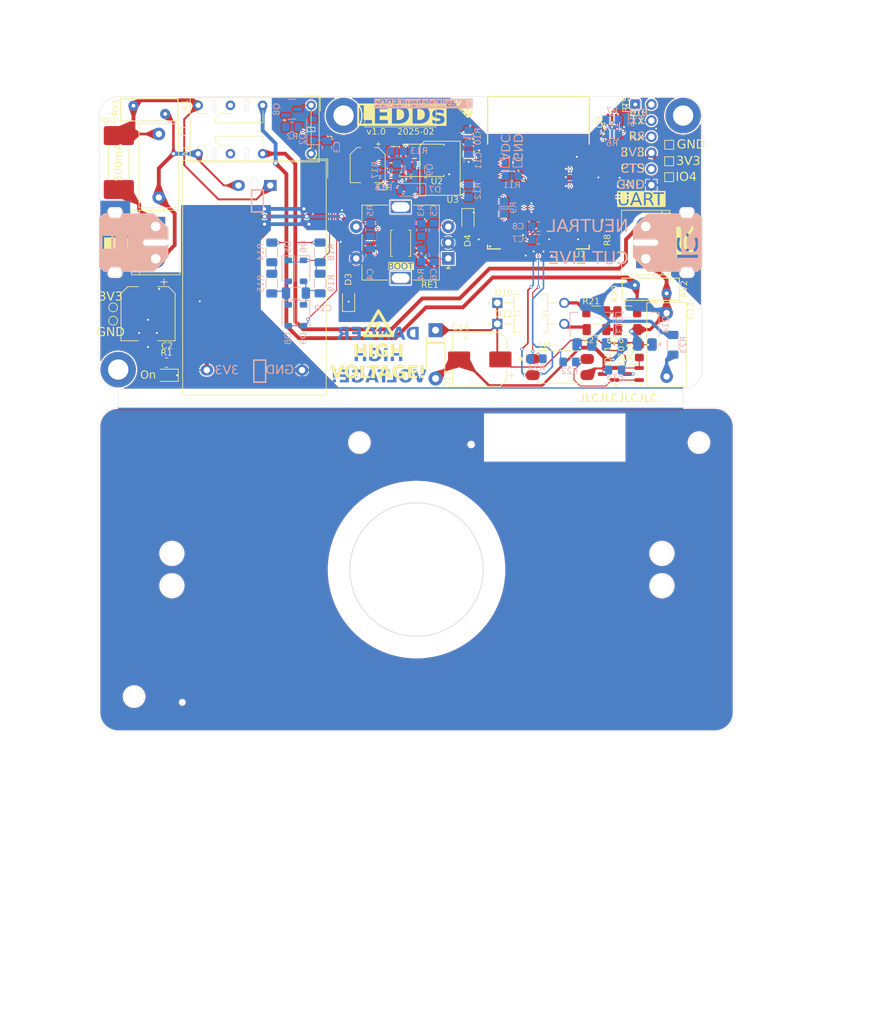
<source format=kicad_pcb>
(kicad_pcb (version 20240108) (generator "pcbnew") (generator_version "8.0")
  (title_block (title "LEDDs") (date "2025-02-17") (rev "1.0") (company "Vas' lab"))
  (layers (0 "F.Cu" mixed) (31 "B.Cu" mixed) (36 "B.SilkS" user "B.Silkscreen") (37 "F.SilkS" user "F.Silkscreen") (38 "B.Mask" user) (39 "F.Mask" user) (44 "Edge.Cuts" user))
  (net 0 "")
  (net 1 "+12V")
  (net 2 "GNDD")
  (net 3 "GND_CUT")
  (net 4 "/MCU/re_b")
  (net 5 "/MCU/re_a")
  (net 6 "/MCU/mcu_boot")
  (net 7 "+3V3")
  (net 8 "Net-(D5-K)")
  (net 9 "Net-(D7-A)")
  (net 10 "Net-(D6-A)")
  (net 11 "Net-(D5-A)")
  (net 12 "/Dimmer/line_cut")
  (net 13 "Net-(C13-Pad1)")
  (net 14 "/Power/live")
  (net 15 "Net-(D1-A)")
  (net 16 "Net-(D2-A)")
  (net 17 "Net-(D3-A)")
  (net 18 "/MCU/mcu_rst")
  (net 19 "/Power/neutral")
  (net 20 "/Dimmer/z-c")
  (net 21 "/Dimmer/ssr_gate")
  (net 22 "/MCU/mcu_rx")
  (net 23 "/MCU/mcu_tx")
  (net 24 "/MCU/rts")
  (net 25 "/MCU/dtr")
  (net 26 "LINE")
  (net 27 "NEUT")
  (net 28 "/MCU/relay")
  (net 29 "/Dimmer/opto_anode")
  (net 30 "/Dimmer/opto_cathode")
  (net 31 "Net-(D4-A)")
  (net 32 "Net-(D7-K)")
  (net 33 "Net-(D10-PadA)")
  (net 34 "Net-(D12-PadA)")
  (net 35 "Net-(J1-Pin_1)")
  (net 38 "Net-(Q2A-B1)")
  (net 39 "Net-(Q2B-B2)")
  (net 40 "/MCU/adc")
  (net 41 "Net-(R14-Pad2)")
  (net 42 "Net-(R18-Pad2)")
  (net 43 "Net-(R20-Pad2)")
  (net 44 "/MCU/ cts")
  (net 45 "/MCU/gpio4")
  (net 46 "/MCU/led_1")
  (net 47 "/MCU/led_2")
  (net 48 "Net-(R24-Pad1)")
  (net 49 "Net-(R26-Pad2)")
  (net 50 "Net-(U1-EN)")
  (net 51 "Net-(Q13-G)")
  (net 52 "Net-(Q8-B)")
  (net 53 "Net-(Q10-E)")
  (net 54 "Net-(Q10-B)")
  (footprint "UF4004:DIOAD1055W87L533D272" (layer "F.Cu") (at 120.5 87.8)
    (property "Reference" "D12")
    (property "Value" "UF4004")
  )
  (footprint "Capacitor_THT:C_Rect_L13.0mm_W6.0mm_P10.00mm_FKS3_FKP3_MKS4" (layer "F.Cu") (at 141.9 96.1 90)
    (property "Reference" "C13")
    (property "Value" "100n")
  )
  (footprint "Capacitor_SMD:CP_Elec_5x5.7" (layer "F.Cu") (at 94.8 62.8 -90)
    (property "Reference" "C9")
    (property "Value" "10u")
  )
  (footprint "MountingHole:MountingHole_3.2mm_M3_DIN965_Pad_TopBottom" (layer "F.Cu") (at 91 55)
    (property "Reference" "H3" (hide yes))
    (property "Value" "mounting hole")
  )
  (footprint "LED_SMD:LED_0805_2012Metric_Pad1.15x1.40mm_HandSolder" (layer "F.Cu") (at 110.6 71.5 -90)
    (property "Reference" "D4")
    (property "Value" "blue")
  )
  (footprint "TestPoint:TestPoint_Pad_D1.0mm" (layer "F.Cu") (at 54.7 87.3)
    (property "Reference" "TP2" (hide yes))
    (property "Value" "GNDD" (hide yes))
  )
  (footprint "MountingHole:MountingHole_3.2mm_M3_DIN965_Pad_TopBottom" (layer "F.Cu") (at 55.5 95)
    (property "Reference" "H1" (hide yes))
    (property "Value" "mounting hole")
  )
  (footprint "Button_Switch_SMD:SW_Push_SPST_NO_Alps_SKRK" (layer "F.Cu") (at 100 75.1 90)
    (property "Reference" "SW2" (hide yes))
    (property "Value" "~" (hide yes))
  )
  (footprint "Resistor_SMD:R_1206_3216Metric_Pad1.30x1.75mm_HandSolder" (layer "F.Cu") (at 135.75 88.7 180)
    (property "Reference" "R26")
    (property "Value" "20k")
  )
  (footprint "Capacitor_THT:C_Rect_L13.0mm_W6.0mm_P10.00mm_FKS3_FKP3_MKS4" (layer "F.Cu") (at 61.9 57.9 -90)
    (property "Reference" "C1")
    (property "Value" "100n")
  )
  (footprint "H11L1SR2M:IC_H11L1SR2M" (layer "F.Cu") (at 106.2 63.3)
    (property "Reference" "U3")
    (property "Value" "H11L1SR2M")
  )
  (footprint "Package_TO_SOT_SMD:SOT-23" (layer "F.Cu") (at 132.7375 95.7 180)
    (property "Reference" "Q11")
    (property "Value" "MMBT3906")
  )
  (footprint "MountingHole:MountingHole_3.2mm_M3_DIN965_Pad_TopBottom" (layer "F.Cu") (at 144.5 55)
    (property "Reference" "H2" (hide yes))
    (property "Value" "mounting hole")
  )
  (footprint "Connector_PinHeader_2.54mm:PinHeader_1x06_P2.54mm_Vertical" (layer "F.Cu") (at 139.5 65.95 180)
    (property "Reference" "J3" (hide yes))
    (property "Value" "Conn_01x06")
  )
  (footprint "PC817XI:SOIC254P975X460-4N" (layer "F.Cu") (at 125.1 94.6)
    (property "Reference" "U4")
    (property "Value" "PC817XI")
  )
  (footprint "TestPoint:TestPoint_Pad_1.0x1.0mm" (layer "F.Cu") (at 142.3 64.7)
    (property "Reference" "TP5" (hide yes))
    (property "Value" "GPIO4" (hide yes))
  )
  (footprint "Package_TO_SOT_SMD:SOT-363_SC-70-6_Handsoldering" (layer "F.Cu") (at 133.3 56.8 90)
    (property "Reference" "Q2")
    (property "Value" "BC846SF")
  )
  (footprint "Rotary_Encoder:RotaryEncoder_Alps_EC11E-Switch_Vertical_H20mm" (layer "F.Cu") (at 107.5 77.5 180)
    (property "Reference" "RE1")
    (property "Value" "RotaryEncoder_Switch")
  )
  (footprint "PC817XI:SOIC254P975X460-4N" (layer "F.Cu") (at 103.3325 62.05)
    (property "Reference" "U2")
    (property "Value" "PC817XI")
  )
  (footprint "Resistor_SMD:R_0805_2012Metric_Pad1.20x1.40mm_HandSolder" (layer "F.Cu") (at 137.6 92.1 90)
    (property "Reference" "R25")
    (property "Value" "30")
  )
  (footprint "TestPoint:TestPoint_Pad_1.0x1.0mm" (layer "F.Cu") (at 142.3 62.2)
    (property "Reference" "TP3" (hide yes))
    (property "Value" "3V3" (hide yes))
  )
  (footprint "LOGO" (layer "F.Cu") (at 96.5 87.7)
    (property "Reference" "SS1" (hide yes))
    (property "Value" "high voltage sign" (hide yes))
  )
  (footprint "Connector_Wire:SolderWire-0.1sqmm_1x01_D0.4mm_OD1mm" (layer "F.Cu") (at 136.96 53.25)
    (property "Reference" "J2" (hide yes))
    (property "Value" "Conn_01x01")
  )
  (footprint "Resistor_SMD:R_1206_3216Metric_Pad1.30x1.75mm_HandSolder" (layer "F.Cu") (at 130.8 85.9 180)
    (property "Reference" "R21")
    (property "Value" "20k")
  )
  (footprint "LED_SMD:LED_0805_2012Metric_Pad1.15x1.40mm_HandSolder" (layer "F.Cu") (at 63.1 95.9 180)
    (property "Reference" "D1" (hide yes))
    (property "Value" "white" (hide yes))
  )
  (footprint "Package_TO_SOT_SMD:SOT-23" (layer "F.Cu") (at 136.6375 95.7 180)
    (property "Reference" "Q10")
    (property "Value" "MMBT3904")
  )
  (footprint "Fuse:Fuse_Schurter_UMZ250" (layer "F.Cu") (at 55.6 62.4 90)
    (property "Reference" "XF1")
    (property "Value" "500mA")
  )
  (footprint "Resistor_SMD:R_0805_2012Metric_Pad1.20x1.40mm_HandSolder" (layer "F.Cu") (at 132.6 71.5 90)
    (property "Reference" "R8")
    (property "Value" "240")
  )
  (footprint "Resistor_SMD:R_1206_3216Metric_Pad1.30x1.75mm_HandSolder" (layer "F.Cu") (at 130.85 88.7 180)
    (property "Reference" "R27")
    (property "Value" "20k")
  )
  (footprint "LED_SMD:LED_0805_2012Metric_Pad1.15x1.40mm_HandSolder" (layer "F.Cu") (at 91.8 84 90)
    (property "Reference" "D3")
    (property "Value" "red")
  )
  (footprint "Capacitor_SMD:CP_Elec_8x10" (layer "F.Cu") (at 112.4575 93.4 180)
    (property "Reference" "C14")
    (property "Value" "330u")
  )
  (footprint "Varistor:RV_Disc_D9mm_W3.5mm_P5mm" (layer "F.Cu") (at 57.9 53.45)
    (property "Reference" "RV1")
    (property "Value" "~")
  )
  (footprint "UF4004:DIOAD1055W87L533D272" (layer "F.Cu") (at 120.5 84.5)
    (property "Reference" "D10")
    (property "Value" "UF4004")
  )
  (footprint "Resistor_SMD:R_0805_2012Metric_Pad1.20x1.40mm_HandSolder" (layer "F.Cu") (at 63.1 93.9)
    (property "Reference" "R1")
    (property "Value" "120")
  )
  (footprint "Relay:HK19F" (layer "F.Cu") (at 77.3 57.2 -90)
    (property "Reference" "K1")
    (property "Value" "Relay_DPDT")
  )
  (footprint "TestPoint:TestPoint_Pad_1.0x1.0mm" (layer "F.Cu") (at 142.3 59.6)
    (property "Reference" "TP6" (hide yes))
    (property "Value" "GND" (hide yes))
  )
  (footprint "TerminalBlock:TerminalBlock_bornier-2_P5.08mm" (layer "F.Cu") (at 138.6 77.54 90)
    (property "Reference" "J4" (hide yes))
    (property "Value" "Screw_Terminal_01x02" (hide yes))
  )
  (footprint "Diode_THT:D_DO-41_SOD81_P7.62mm_Horizontal" (layer "F.Cu") (at 105.5 88.79 -90)
    (property "Reference" "D11")
    (property "Value" "BZV55C15")
  )
  (footprint "Varistor:RV_Disc_D9mm_W3.5mm_P5mm" (layer "F.Cu") (at 136.9 81.7)
    (property "Reference" "RV2")
    (property "Value" "~")
  )
  (footprint "Capacitor_SMD:CP_Elec_8x6.5" (layer "F.Cu") (at 60.2 86.2 -90)
    (property "Reference" "C2")
    (property "Value" "220u")
  )
  (footprint "ESP-12F:esp12f" (layer "F.Cu") (at 121.7 64)
    (property "Reference" "U1")
    (property "Value" "esp-12f" (hide yes))
  )
  (footprint "Resistor_SMD:R_1206_3216Metric_Pad1.30x1.75mm_HandSolder" (layer "F.Cu") (at 135.7 85.9 180)
    (property "Reference" "R20")
    (property "Value" "20k")
  )
  (footprint "Converter_ACDC:Converter_ACDC_Hi-Link_HLK-PMxx" (layer "F.Cu") (at 79.4575 66.0025 -90)
    (property "Reference" "A1")
    (property "Value" "HLK-PM03")
  )
  (footprint "TestPoint:TestPoint_Pad_D1.0mm" (layer "F.Cu") (at 54.7 85.2 90)
    (property "Reference" "TP1" (hide yes))
    (property "Value" "3V3" (hide yes))
  )
  (footprint "TerminalBlock:TerminalBlock_bornier-2_P5.08mm" (layer "F.Cu") (at 61.4 72.46 -90)
    (property "Reference" "J1" (hide yes))
    (property "Value" "Screw_Terminal_01x02" (hide yes))
  )
  (footprint "Button_Switch_SMD:SW_Push_SPST_NO_Alps_SKRK" (layer "F.Cu") (at 108.6 55.3 -45)
    (property "Reference" "SW1" (hide yes))
    (property "Value" "~")
  )
  (footprint "Resistor_SMD:R_0805_2012Metric_Pad1.20x1.40mm_HandSolder" (layer "B.Cu") (at 99.4 63.6 -90)
    (property "Reference" "R16")
    (property "Value" "100k")
  )
  (footprint "Diode_SMD:D_SOD-123" (layer "B.Cu") (at 86.2 57.2 90)
    (property "Reference" "D2")
    (property "Value" "1N4148W")
  )
  (footprint "Capacitor_SMD:C_0805_2012Metric_Pad1.18x1.45mm_HandSolder" (layer "B.Cu") (at 121.7 72.5)
    (property "Reference" "C8")
    (property "Value" "100n")
  )
  (footprint "Capacitor_SMD:C_0805_2012Metric_Pad1.18x1.45mm_HandSolder" (layer "B.Cu") (at 88.4 60 -90)
    (property "Reference" "C3")
    (property "Value" "100n")
  )
  (footprint "Resistor_SMD:R_0805_2012Metric_Pad1.20x1.40mm_HandSolder" (layer "B.Cu") (at 121.4 93.3 180)
    (property "Reference" "R24")
    (property "Value" "30")
  )
  (footprint "Resistor_SMD:R_0805_2012Metric_Pad1.20x1.40mm_HandSolder" (layer "B.Cu") (at 110.7 66.9 90)
    (property "Reference" "R12")
    (property "Value" "20k")
  )
  (footprint "Resistor_SMD:R_0805_2012Metric_Pad1.20x1.40mm_HandSolder" (layer "B.Cu") (at 103.25 77 90)
    (property "Reference" "R4")
    (property "Value" "20k")
  )
  (footprint "Package_TO_SOT_SMD:SOT-223-3_TabPin2" (layer "B.Cu") (at 137.3 87.9 90)
    (property "Reference" "Q14")
    (property "Value" "IPN80R900P7")
  )
  (footprint "Package_TO_SOT_SMD:SOT-23" (layer "B.Cu") (at 82.8625 54)
    (property "Reference" "Q8")
    (property "Value" "MMBT3904")
  )
  (footprint "Diode_SMD:D_SOD-123" (layer "B.Cu") (at 82.3 86.45 -90)
    (property "Reference" "D8")
    (property "Value" "1N4148W")
  )
  (footprint "Diode_SMD:D_SOD-123" (layer "B.Cu") (at 82.3 79.45 -90)
    (property "Reference" "D5")
    (property "Value" "1N4148W")
  )
  (footprint "Resistor_SMD:R_0805_2012Metric_Pad1.20x1.40mm_HandSolder" (layer "B.Cu") (at 110.7 58.3 -90)
    (property "Reference" "R10")
    (property "Value" "20k")
  )
  (footprint "Package_TO_SOT_SMD:SOT-223-3_TabPin2" (layer "B.Cu") (at 130.1 87.9 90)
    (property "Reference" "Q13")
    (property "Value" "IPN80R900P7")
  )
  (footprint "Diode_SMD:D_SOD-123" (layer "B.Cu") (at 101.6 66.7 180)
    (property "Reference" "D7")
    (property "Value" "1N4148W")
  )
  (footprint "Resistor_SMD:R_0805_2012Metric_Pad1.20x1.40mm_HandSolder" (layer "B.Cu") (at 103.25 73 -90)
    (property "Reference" "R3")
    (property "Value" "20k")
  )
  (footprint "Capacitor_SMD:C_0805_2012Metric_Pad1.18x1.45mm_HandSolder" (layer "B.Cu") (at 121.7 74.5)
    (property "Reference" "C7")
    (property "Value" "100n")
  )
  (footprint "Capacitor_SMD:C_0805_2012Metric_Pad1.18x1.45mm_HandSolder" (layer "B.Cu") (at 110.7 62.1 -90)
    (property "Reference" "C11")
    (property "Value" "100n")
  )
  (footprint "Resistor_SMD:R_0805_2012Metric_Pad1.20x1.40mm_HandSolder" (layer "B.Cu") (at 82.9 56.8 180)
    (property "Reference" "R2")
    (property "Value" "330")
  )
  (footprint "Resistor_SMD:R_0805_2012Metric_Pad1.20x1.40mm_HandSolder" (layer "B.Cu") (at 126.6 93.8 180)
    (property "Reference" "R22")
    (property "Value" "20k")
  )
  (footprint "TestPoint:TestPoint_Pad_1.0x1.0mm" (layer "B.Cu") (at 118.4 62.4 180)
    (property "Reference" "TP7" (hide yes))
    (property "Value" "GND" (hide yes))
  )
  (footprint "Resistor_SMD:R_1206_3216Metric_Pad1.30x1.75mm_HandSolder" (layer "B.Cu") (at 79.7 81.4625 -90)
    (property "Reference" "R15")
    (property "Value" "90k")
  )
  (footprint "Capacitor_SMD:C_0805_2012Metric_Pad1.18x1.45mm_HandSolder" (layer "B.Cu") (at 105.25 77 90)
    (property "Reference" "C6")
    (property "Value" "100n")
  )
  (footprint "TestPoint:TestPoint_Pad_1.0x1.0mm" (layer "B.Cu") (at 116.4 62.4 180)
    (property "Reference" "TP4" (hide yes))
    (property "Value" "ADC" (hide yes))
  )
  (footprint "Resistor_SMD:R_0805_2012Metric_Pad1.20x1.40mm_HandSolder" (layer "B.Cu") (at 116.3 69.5 90)
    (property "Reference" "R9")
    (property "Value" "120")
  )
  (footprint "Resistor_SMD:R_1206_3216Metric_Pad1.30x1.75mm_HandSolder" (layer "B.Cu") (at 87.3 81.45 -90)
    (property "Reference" "R19")
    (property "Value" "90k")
  )
  (footprint "Resistor_SMD:R_0805_2012Metric_Pad1.20x1.40mm_HandSolder" (layer "B.Cu") (at 133.3 57.9 180)
    (property "Reference" "R6")
    (property "Value" "20k")
  )
  (footprint "Resistor_SMD:R_0805_2012Metric_Pad1.20x1.40mm_HandSolder" (layer "B.Cu") (at 133.3 55.7)
    (property "Reference" "R7")
    (property "Value" "20k")
  )
  (footprint "Diode_SMD:D_SOD-123" (layer "B.Cu") (at 84.7 86.45 -90)
    (property "Reference" "D9")
    (property "Value" "1N4148W")
  )
  (footprint "Resistor_SMD:R_1206_3216Metric_Pad1.30x1.75mm_HandSolder" (layer "B.Cu") (at 79.7 76.55 -90)
    (property "Reference" "R14")
    (property "Value" "90k")
  )
  (footprint "Resistor_SMD:R_1206_3216Metric_Pad1.30x1.75mm_HandSolder" (layer "B.Cu") (at 87.3 76.55 -90)
    (property "Reference" "R18")
    (property "Value" "90k")
  )
  (footprint "Capacitor_SMD:C_0805_2012Metric_Pad1.18x1.45mm_HandSolder" (layer "B.Cu") (at 95.25 77 -90)
    (property "Reference" "C4")
    (property "Value" "100n")
  )
  (footprint "Capacitor_SMD:C_0805_2012Metric_Pad1.18x1.45mm_HandSolder" (layer "B.Cu") (at 105.25 73 -90)
    (property "Reference" "C5")
    (property "Value" "100n")
  )
  (footprint "Package_TO_SOT_SMD:SOT-23" (layer "B.Cu") (at 102.2 63.5375 90)
    (property "Reference" "Q9")
    (property "Value" "MMBT3904")
  )
  (footprint "Capacitor_SMD:C_0805_2012Metric_Pad1.18x1.45mm_HandSolder" (layer "B.Cu") (at 133.771499 95.071499 180)
    (property "Reference" "C12")
    (property "Value" "100n")
  )
  (footprint "Resistor_SMD:R_0805_2012Metric_Pad1.20x1.40mm_HandSolder" (layer "B.Cu") (at 97.5 63.6 -90)
    (property "Reference" "R17")
    (property "Value" "56k")
  )
  (footprint "Resistor_SMD:R_1206_3216Metric_Pad1.30x1.75mm_HandSolder" (layer "B.Cu") (at 142.9 91.1 90)
    (property "Reference" "R23")
    (property "Value" "220")
  )
  (footprint "Diode_SMD:D_SOD-123" (layer "B.Cu") (at 84.7 79.45 -90)
    (property "Reference" "D6")
    (property "Value" "1N4148W")
  )
  (footprint "Capacitor_SMD:C_1206_3216Metric_Pad1.33x1.80mm_HandSolder" (layer "B.Cu") (at 83.5 82.95)
    (property "Reference" "C10")
    (property "Value" "4.7n")
  )
  (footprint "Resistor_SMD:R_0805_2012Metric_Pad1.20x1.40mm_HandSolder" (layer "B.Cu") (at 95.25 73 90)
    (property "Reference" "R5")
    (property "Value" "20k")
  )
  (footprint "Resistor_SMD:R_0805_2012Metric_Pad1.20x1.40mm_HandSolder" (layer "B.Cu") (at 117.5 64.5)
    (property "Reference" "R11")
    (property "Value" "20k")
  )
  (footprint "Resistor_SMD:R_0805_2012Metric_Pad1.20x1.40mm_HandSolder" (layer "B.Cu") (at 99.4 60.6)
    (property "Reference" "R13")
    (property "Value" "240")
  )
  (gr_rect (start 55.5 101) (end 144.5 101.2) (fill solid) (layer "B.Cu"))
  (gr_rect (start 90.2 97.8) (end 144.5 98) (fill solid) (layer "B.Cu"))
  (gr_line (start 98.7 65.3) (end 98.6 65.7) (stroke (width 0.1)) (layer "B.SilkS"))
  (gr_rect (start 94.34 53.25) (end 105.562963 56.8) (stroke (width 0.1)) (fill none) (layer "F.SilkS"))
  (gr_line (start 135.1 94) (end 135.7 94.7) (stroke (width 0.1)) (layer "F.SilkS"))
  (gr_line (start 77.46 65.25) (end 77.46 66.75) (stroke (width 0.05)) (layer "Edge.Cuts"))
  (gr_arc (start 55.5 98) (mid 53.37868 97.12132) (end 52.5 95) (stroke (width 0.05)) (layer "Edge.Cuts"))
  (gr_line (start 144.5 101) (end 149.5 101) (stroke (width 0.05)) (layer "Edge.Cuts"))
  (gr_line (start 146.1 70.1) (end 146.1 70.6) (stroke (width 0.05)) (layer "Edge.Cuts"))
  (gr_arc (start 146.1 79.9) (mid 145.953553 80.253553) (end 145.6 80.4) (stroke (width 0.05)) (layer "Edge.Cuts"))
  (gr_line (start 144.1 70.6) (end 144.1 70.1) (stroke (width 0.05)) (layer "Edge.Cuts"))
  (gr_arc (start 56 79.9) (mid 55.853553 80.253553) (end 55.5 80.4) (stroke (width 0.05)) (layer "Edge.Cuts"))
  (gr_line (start 149.5 152) (end 55.5 152) (stroke (width 0.05)) (layer "Edge.Cuts"))
  (gr_circle (center 141.16 129.04) (end 142.96 129.04) (stroke (width 0.05)) (fill none) (layer "Edge.Cuts"))
  (gr_arc (start 144.6 71.1) (mid 144.246447 70.953553) (end 144.1 70.6) (stroke (width 0.05)) (layer "Edge.Cuts"))
  (gr_arc (start 54.5 80.4) (mid 54.146447 80.253553) (end 54 79.9) (stroke (width 0.05)) (layer "Edge.Cuts"))
  (gr_arc (start 145.6 78.9) (mid 145.953553 79.046447) (end 146.1 79.4) (stroke (width 0.05)) (layer "Edge.Cuts"))
  (gr_circle (center 93.5 106.5) (end 95.1 106.5) (stroke (width 0.05)) (fill none) (layer "Edge.Cuts"))
  (gr_arc (start 52.5 104) (mid 53.37868 101.87868) (end 55.5 101) (stroke (width 0.05)) (layer "Edge.Cuts"))
  (gr_line (start 129.7 57.2) (end 129.7 52.5) (stroke (width 0.05)) (layer "Edge.Cuts"))
  (gr_line (start 52.5 149) (end 52.5 104) (stroke (width 0.05)) (layer "Edge.Cuts"))
  (gr_arc (start 144.5 52) (mid 146.62132 52.87868) (end 147.5 55) (stroke (width 0.05)) (layer "Edge.Cuts"))
  (gr_line (start 114.2 57.7) (end 129.2 57.7) (stroke (width 0.05)) (layer "Edge.Cuts"))
  (gr_arc (start 145.6 69.6) (mid 145.953553 69.746447) (end 146.1 70.1) (stroke (width 0.05)) (layer "Edge.Cuts"))
  (gr_arc (start 144.1 79.4) (mid 144.246447 79.046447) (end 144.6 78.9) (stroke (width 0.05)) (layer "Edge.Cuts"))
  (gr_line (start 55.5 98) (end 55.5 101) (stroke (width 0.05)) (layer "Edge.Cuts"))
  (gr_line (start 144.6 78.9) (end 145.6 78.9) (stroke (width 0.05)) (layer "Edge.Cuts"))
  (gr_arc (start 140.1 74.5) (mid 140.6 75) (end 140.1 75.5) (stroke (width 0.05)) (layer "Edge.Cuts"))
  (gr_arc (start 137.1 75.5) (mid 136.6 75) (end 137.1 74.5) (stroke (width 0.05)) (layer "Edge.Cuts"))
  (gr_arc (start 149.5 101) (mid 151.62132 101.87868) (end 152.5 104) (stroke (width 0.05)) (layer "Edge.Cuts"))
  (gr_arc (start 77.46 66.75) (mid 76.96 67.25) (end 76.46 66.75) (stroke (width 0.05)) (layer "Edge.Cuts"))
  (gr_line (start 76.46 66.75) (end 76.46 65.25) (stroke (width 0.05)) (layer "Edge.Cuts"))
  (gr_arc (start 147.5 95) (mid 146.62132 97.12132) (end 144.5 98) (stroke (width 0.05)) (layer "Edge.Cuts"))
  (gr_line (start 75.5 60.3) (end 75.5 61.75) (stroke (width 0.05)) (layer "Edge.Cuts"))
  (gr_line (start 52.5 95) (end 52.5 55) (stroke (width 0.05)) (layer "Edge.Cuts"))
  (gr_circle (center 141.16 123.95) (end 142.96 123.95) (stroke (width 0.05)) (fill none) (layer "Edge.Cuts"))
  (gr_circle (center 65.6 147.4) (end 65.95 147.4) (stroke (width 0.05)) (fill none) (layer "Edge.Cuts"))
  (gr_line (start 75.5 52.675) (end 75.5 54.125) (stroke (width 0.05)) (layer "Edge.Cuts"))
  (gr_arc (start 52.5 55) (mid 53.37868 52.87868) (end 55.5 52) (stroke (width 0.05)) (layer "Edge.Cuts"))
  (gr_line (start 59.9 74.5) (end 62.9 74.5) (stroke (width 0.05)) (layer "Edge.Cuts"))
  (gr_line (start 56 70.1) (end 56 70.6) (stroke (width 0.05)) (layer "Edge.Cuts"))
  (gr_circle (center 58 146.5) (end 59.6 146.5) (stroke (width 0.05)) (fill none) (layer "Edge.Cuts"))
  (gr_circle (center 102.5 126.5) (end 113 126.5) (stroke (width 0.1)) (fill none) (layer "Edge.Cuts"))
  (gr_line (start 76 54.125) (end 76 52.675) (stroke (width 0.05)) (layer "Edge.Cuts"))
  (gr_arc (start 70.9 61.75) (mid 70.65 62) (end 70.4 61.75) (stroke (width 0.05)) (layer "Edge.Cuts"))
  (gr_arc (start 75.5 60.3) (mid 75.75 60.05) (end 76 60.3) (stroke (width 0.05)) (layer "Edge.Cuts"))
  (gr_arc (start 76.46 65.25) (mid 76.96 64.75) (end 77.46 65.25) (stroke (width 0.05)) (layer "Edge.Cuts"))
  (gr_arc (start 55.5 69.6) (mid 55.853553 69.746447) (end 56 70.1) (stroke (width 0.05)) (layer "Edge.Cuts"))
  (gr_line (start 144.5 98) (end 144.5 101) (stroke (width 0.05)) (layer "Edge.Cuts"))
  (gr_line (start 62.9 75.5) (end 59.9 75.5) (stroke (width 0.05)) (layer "Edge.Cuts"))
  (gr_line (start 54 79.9) (end 54 79.4) (stroke (width 0.05)) (layer "Edge.Cuts"))
  (gr_line (start 70.4 60.3) (end 70.4 61.75) (stroke (width 0.05)) (layer "Edge.Cuts"))
  (gr_arc (start 62.9 74.5) (mid 63.4 75) (end 62.9 75.5) (stroke (width 0.05)) (layer "Edge.Cuts"))
  (gr_line (start 55.5 80.4) (end 54.5 80.4) (stroke (width 0.05)) (layer "Edge.Cuts"))
  (gr_line (start 152.5 104) (end 152.5 149) (stroke (width 0.05)) (layer "Edge.Cuts"))
  (gr_arc (start 55.5 78.9) (mid 55.853553 79.046447) (end 56 79.4) (stroke (width 0.05)) (layer "Edge.Cuts"))
  (gr_arc (start 129.7 52.5) (mid 129.846447 52.146447) (end 130.2 52) (stroke (width 0.05)) (layer "Edge.Cuts"))
  (gr_arc (start 70.4 60.3) (mid 70.65 60.05) (end 70.9 60.3) (stroke (width 0.05)) (layer "Edge.Cuts"))
  (gr_line (start 70.4 52.775) (end 70.4 54.225) (stroke (width 0.05)) (layer "Edge.Cuts"))
  (gr_line (start 55.5 52) (end 113.2 52) (stroke (width 0.05)) (layer "Edge.Cuts"))
  (gr_line (start 76 61.75) (end 76 60.3) (stroke (width 0.05)) (layer "Edge.Cuts"))
  (gr_line (start 144.6 69.6) (end 145.6 69.6) (stroke (width 0.05)) (layer "Edge.Cuts"))
  (gr_arc (start 54.5 71.1) (mid 54.146447 70.953553) (end 54 70.6) (stroke (width 0.05)) (layer "Edge.Cuts"))
  (gr_line (start 145.6 71.1) (end 144.6 71.1) (stroke (width 0.05)) (layer "Edge.Cuts"))
  (gr_circle (center 111.1 106.8) (end 111.5 106.8) (stroke (width 0.05)) (fill none) (layer "Edge.Cuts"))
  (gr_line (start 70.9 61.75) (end 70.9 60.3) (stroke (width 0.05)) (layer "Edge.Cuts"))
  (gr_arc (start 56 70.6) (mid 55.853553 70.953553) (end 55.5 71.1) (stroke (width 0.05)) (layer "Edge.Cuts"))
  (gr_circle (center 147 106.5) (end 148.6 106.5) (stroke (width 0.05)) (fill none) (layer "Edge.Cuts"))
  (gr_line (start 70.9 54.225) (end 70.9 52.775) (stroke (width 0.05)) (layer "Edge.Cuts"))
  (gr_arc (start 54 70.1) (mid 54.146447 69.746447) (end 54.5 69.6) (stroke (width 0.05)) (layer "Edge.Cuts"))
  (gr_line (start 56 79.4) (end 56 79.9) (stroke (width 0.05)) (layer "Edge.Cuts"))
  (gr_line (start 144.1 79.9) (end 144.1 79.4) (stroke (width 0.05)) (layer "Edge.Cuts"))
  (gr_line (start 145.6 80.4) (end 144.6 80.4) (stroke (width 0.05)) (layer "Edge.Cuts"))
  (gr_line (start 54 70.6) (end 54 70.1) (stroke (width 0.05)) (layer "Edge.Cuts"))
  (gr_line (start 55.5 71.1) (end 54.5 71.1) (stroke (width 0.05)) (layer "Edge.Cuts"))
  (gr_arc (start 75.5 52.675) (mid 75.75 52.425) (end 76 52.675) (stroke (width 0.05)) (layer "Edge.Cuts"))
  (gr_line (start 147.5 55) (end 147.5 95) (stroke (width 0.05)) (layer "Edge.Cuts"))
  (gr_line (start 137.1 74.5) (end 140.1 74.5) (stroke (width 0.05)) (layer "Edge.Cuts"))
  (gr_arc (start 70.4 52.775) (mid 70.65 52.525) (end 70.9 52.775) (stroke (width 0.05)) (layer "Edge.Cuts"))
  (gr_arc (start 114.2 57.7) (mid 113.846447 57.553553) (end 113.7 57.2) (stroke (width 0.05)) (layer "Edge.Cuts"))
  (gr_arc (start 144.6 80.4) (mid 144.246447 80.253553) (end 144.1 79.9) (stroke (width 0.05)) (layer "Edge.Cuts"))
  (gr_line (start 54.5 78.9) (end 55.5 78.9) (stroke (width 0.05)) (layer "Edge.Cuts"))
  (gr_arc (start 146.1 70.6) (mid 145.953553 70.953553) (end 145.6 71.1) (stroke (width 0.05)) (layer "Edge.Cuts"))
  (gr_arc (start 59.9 75.5) (mid 59.4 75) (end 59.9 74.5) (stroke (width 0.05)) (layer "Edge.Cuts"))
  (gr_arc (start 152.5 149) (mid 151.62132 151.12132) (end 149.5 152) (stroke (width 0.05)) (layer "Edge.Cuts"))
  (gr_arc (start 55.5 152) (mid 53.37868 151.12132) (end 52.5 149) (stroke (width 0.05)) (layer "Edge.Cuts"))
  (gr_line (start 54.5 69.6) (end 55.5 69.6) (stroke (width 0.05)) (layer "Edge.Cuts"))
  (gr_arc (start 113.2 52) (mid 113.553553 52.146447) (end 113.7 52.5) (stroke (width 0.05)) (layer "Edge.Cuts"))
  (gr_arc (start 129.7 57.2) (mid 129.553553 57.553553) (end 129.2 57.7) (stroke (width 0.05)) (layer "Edge.Cuts"))
  (gr_arc (start 144.1 70.1) (mid 144.246447 69.746447) (end 144.6 69.6) (stroke (width 0.05)) (layer "Edge.Cuts"))
  (gr_line (start 140.1 75.5) (end 137.1 75.5) (stroke (width 0.05)) (layer "Edge.Cuts"))
  (gr_arc (start 76 54.125) (mid 75.75 54.375) (end 75.5 54.125) (stroke (width 0.05)) (layer "Edge.Cuts"))
  (gr_circle (center 63.96 123.95) (end 65.76 123.95) (stroke (width 0.05)) (fill none) (layer "Edge.Cuts"))
  (gr_line (start 146.1 79.4) (end 146.1 79.9) (stroke (width 0.05)) (layer "Edge.Cuts"))
  (gr_arc (start 76 61.75) (mid 75.75 62) (end 75.5 61.75) (stroke (width 0.05)) (layer "Edge.Cuts"))
  (gr_arc (start 70.9 54.225) (mid 70.65 54.475) (end 70.4 54.225) (stroke (width 0.05)) (layer "Edge.Cuts"))
  (gr_line (start 130.2 52) (end 144.5 52) (stroke (width 0.05)) (layer "Edge.Cuts"))
  (gr_circle (center 63.96 129.04) (end 65.76 129.04) (stroke (width 0.05)) (fill none) (layer "Edge.Cuts"))
  (gr_line (start 113.7 52.5) (end 113.7 57.2) (stroke (width 0.05)) (layer "Edge.Cuts"))
  (gr_arc (start 54 79.4) (mid 54.146447 79.046447) (end 54.5 78.9) (stroke (width 0.05)) (layer "Edge.Cuts"))
  (gr_text "HIGH\nVOLTAGE!" (at 96.5 91 0) (layer "F.Cu") (effects (font (size 2 2) (thickness 0.3) (bold yes)) (justify top)))
  (gr_text "LEDDs" (at 70.5 107.9 0) (layer "F.Cu") (effects (font (size 8 8))))
  (gr_text "v1.0" (at 86.1 105.1 0) (layer "F.Cu") (effects (font (size 1.5 1.5) (thickness 0.1875) (italic yes)) (justify right bottom)))
  (gr_text "DANGER\nHIGH\nVOLTAGE!" (at 96.5 88.3 0) (layer "B.Cu") (effects (font (size 2 2) (thickness 0.3) (bold yes)) (justify top mirror)))
  (gr_text "DTR" (at 138.95 53.95 0) (layer "B.SilkS") (effects (font (size 1 1) (thickness 0.125)) (justify left top mirror)))
  (gr_text "󰥜" (at 77.8 95.1 -0) (layer "B.SilkS") (effects (font (size 3 3) (thickness 0.1)) (justify mirror)))
  (gr_text "Rx" (at 138.5 58.35 0) (layer "B.SilkS") (effects (font (size 1.4 1.4) (thickness 0.125)) (justify left mirror)))
  (gr_text "CTS" (at 138.5 63.4 0) (layer "B.SilkS") (effects (font (size 1.4 1.4) (thickness 0.125)) (justify left mirror)))
  (gr_text "NEUTRAL" (at 135.9 72.5 0) (layer "B.SilkS") (effects (font (size 2 2) (thickness 0.1)) (justify left mirror)))
  (gr_text "RTS" (at 136.4 54.15 90) (layer "B.SilkS") (effects (font (size 1 1) (thickness 0.125)) (justify left mirror)))
  (gr_text "GND" (at 83.2 95.1 0) (layer "B.SilkS") (effects (font (size 1.4 1.4) (thickness 0.125)) (justify left mirror)))
  (gr_text "󱒀" (at 56 75 0) (layer "B.SilkS" knockout) (effects (font (size 3.5 3.5) (thickness 0.375)) (justify mirror)))
  (gr_text "3V3" (at 138.45 60.85 0) (layer "B.SilkS") (effects (font (size 1.4 1.4) (thickness 0.125)) (justify left mirror)))
  (gr_text "Tx" (at 138.5 55.8 0) (layer "B.SilkS") (effects (font (size 1.4 1.4) (thickness 0.125)) (justify left mirror)))
  (gr_text "  VasilKalchev/LEDDs\n" (at 103.6 53.1 0) (layer "B.SilkS" knockout) (effects (font (size 1 1) (thickness 0.1)) (justify mirror)))
  (gr_text "󱒀" (at 78.7 68.3 0) (layer "B.SilkS") (effects (font (size 3 3) (thickness 0.1)) (justify left mirror)))
  (gr_text "" (at 145.75 75 -0) (layer "B.SilkS" knockout) (effects (font (size 3.5 3.5) (thickness 0.1875)) (justify mirror)))
  (gr_text "CUT LIVE" (at 135.9 77.55 0) (layer "B.SilkS") (effects (font (size 2 2) (thickness 0.1)) (justify left mirror)))
  (gr_text "3V3" (at 70.7 95.15 0) (layer "B.SilkS") (effects (font (size 1.4 1.4) (thickness 0.125)) (justify right mirror)))
  (gr_text "GND" (at 138.45 65.95 0) (layer "B.SilkS") (effects (font (size 1.4 1.4) (thickness 0.125)) (justify left mirror)))
  (gr_text "" (at 144.6 75 0) (layer "F.SilkS" knockout) (effects (font (size 3.5 3.5) (thickness 0.1875))))
  (gr_text "LEDDs" (at 100.1 55.1 0) (layer "F.SilkS" knockout) (effects (font (size 2.8 2.8) (thickness 0.3) (bold yes))))
  (gr_text "K" (at 110.35 89.94 90) (layer "F.SilkS") (effects (font (size 0.8 0.8) (thickness 0.09))))
  (gr_text "RTS" (at 136.1 53.25 90) (layer "F.SilkS") (effects (font (size 1 1) (thickness 0.1)) (justify bottom)))
  (gr_text "Rx" (at 138.45 58.35 0) (layer "F.SilkS") (effects (font (size 1.4 1.4) (thickness 0.1)) (justify right)))
  (gr_text "DTR" (at 138.95 53.95 0) (layer "F.SilkS") (effects (font (size 1 1) (thickness 0.1)) (justify right top)))
  (gr_text "CTS" (at 138.45 63.4 0) (layer "F.SilkS") (effects (font (size 1.4 1.4) (thickness 0.1)) (justify right)))
  (gr_text "HIGH\nVOLTAGE!" (at 96.5 91 0) (layer "F.SilkS") (effects (font (size 2 2) (thickness 0.3) (bold yes)) (justify top)))
  (gr_text "2025-02" (at 105.3 57 0) (layer "F.SilkS") (effects (font (size 1 1) (thickness 0.1875) (italic yes)) (justify right top)))
  (gr_text "JLCJLCJLCJLC" (at 128 100.2 0) (layer "F.SilkS") (effects (font (size 1.2 1.2) (thickness 0.2) (bold yes)) (justify left bottom)))
  (gr_text "3V3" (at 138.45 60.85 0) (layer "F.SilkS") (effects (font (size 1.4 1.4) (thickness 0.1)) (justify right)))
  (gr_text "Tx" (at 138.45 55.8 0) (layer "F.SilkS") (effects (font (size 1.4 1.4) (thickness 0.1)) (justify right)))
  (gr_text "v1.0" (at 94.6 57 0) (layer "F.SilkS") (effects (font (size 1 1) (thickness 0.1875) (italic yes)) (justify left top)))
  (gr_text "" (at 55 75.15 90) (layer "F.SilkS" knockout) (effects (font (size 3.5 3.5) (thickness 0.375))))
  (gr_text "GND" (at 138.45 65.95 0) (layer "F.SilkS") (effects (font (size 1.4 1.4) (thickness 0.1)) (justify right)))
  (segment (start 125.2 92) (end 126.8 90.4) (width 0.2) (layer "F.Cu") (net 1))
  (segment (start 105.6 88.79) (end 114.235 88.79) (width 0.3) (layer "F.Cu") (net 1))
  (segment (start 134.5 92) (end 135.4 92.9) (width 0.2) (layer "F.Cu") (net 1))
  (segment (start 132.8 92) (end 134.5 92) (width 0.2) (layer "F.Cu") (net 1))
  (segment (start 122.6 94.6) (end 117.4 94.6) (width 0.2) (layer "F.Cu") (net 1))
  (segment (start 135.4 92.9) (end 135.4 93.6) (width 0.2) (layer "F.Cu") (net 1))
  (segment (start 125.2 92) (end 122.6 94.6) (width 0.2) (layer "F.Cu") (net 1))
  (segment (start 114.235 88.79) (end 115.225 87.8) (width 0.3) (layer "F.Cu") (net 1))
  (segment (start 131.2 90.4) (end 132.8 92) (width 0.2) (layer "F.Cu") (net 1))
  (segment (start 115.225 87.8) (end 115.225 92.9175) (width 0.3) (layer "F.Cu") (net 1))
  (segment (start 117.4 94.6) (end 116.2 93.4) (width 0.2) (layer "F.Cu") (net 1))
  (segment (start 115.225 84.5) (end 115.225 87.8) (width 0.3) (layer "F.Cu") (net 1))
  (segment (start 126.8 90.4) (end 131.2 90.4) (width 0.2) (layer "F.Cu") (net 1))
  (segment (start 136.6 95.7) (end 135.7 95.7) (width 0.2) (layer "F.Cu") (net 1))
  (via (at 136.6 95.7) (size 0.5) (drill 0.3) (layers "F.Cu" "B.Cu") (net 1))
  (via (at 125.2 92) (size 0.5) (drill 0.3) (layers "F.Cu" "B.Cu") (net 1))
  (via (at 135.4 93.6) (size 0.5) (drill 0.3) (layers "F.Cu" "B.Cu") (net 1))
  (segment (start 134.808999 95.071499) (end 135.4375 95.7) (width 0.2) (layer "B.Cu") (net 1))
  (segment (start 135.4 93.6) (end 135.4 94.3) (width 0.2) (layer "B.Cu") (net 1))
  (segment (start 135.4 94.3) (end 134.808999 94.891001) (width 0.2) (layer "B.Cu") (net 1))
  (segment (start 125.2 92) (end 125.2 93.5) (width 0.15) (layer "B.Cu") (net 1))
  (segment (start 134.808999 94.891001) (end 134.808999 95.071499) (width 0.2) (layer "B.Cu") (net 1))
  (segment (start 135.4375 95.7) (end 136.6 95.7) (width 0.2) (layer "B.Cu") (net 1))
  (segment (start 127.95 74.5) (end 123.4 74.5) (width 0.2) (layer "F.Cu") (net 2))
  (segment (start 70.6 78.2) (end 70.6 93.6) (width 0.6) (layer "F.Cu") (net 2))
  (segment (start 120.05 90.85) (end 120.05 82.5) (width 0.25) (layer "F.Cu") (net 2))
  (segment (start 87 70.65) (end 87 62.3) (width 0.6) (layer "F.Cu") (net 2))
  (segment (start 120.05 82.5) (end 120.55 82) (width 0.25) (layer "F.Cu") (net 2))
  (segment (start 119.1 91.8) (end 120.05 90.85) (width 0.25) (layer "F.Cu") (net 2))
  (segment (start 119.5 95.85) (end 120.79 95.85) (width 0.25) (layer "F.Cu") (net 2))
  (segment (start 81.4 95.1) (end 81.4175 95.0825) (width 0.6) (layer "F.Cu") (net 2))
  (segment (start 70.6 93.6) (end 72.1 95.1) (width 0.6) (layer "F.Cu") (net 2))
  (segment (start 76.7 72.1) (end 70.6 78.2) (width 0.6) (layer "F.Cu") (net 2))
  (segment (start 81.4175 95.0825) (end 84.4575 95.0825) (width 0.6) (layer "F.Cu") (net 2))
  (segment (start 122.1 95.65) (end 121.03 95.65) (width 0.25) (layer "F.Cu") (net 2))
  (segment (start 129.3 74.5) (end 127.95 74.5) (width 0.2) (layer "F.Cu") (net 2))
  (segment (start 85.55 72.1) (end 87 70.65) (width 0.6) (layer "F.Cu") (net 2))
  (segment (start 78.55 72.1) (end 76.7 72.1) (width 0.6) (layer "F.Cu") (net 2))
  (segment (start 72.1 95.1) (end 81.4 95.1) (width 0.6) (layer "F.Cu") (net 2))
  (via (at 85.55 72.1) (size 0.8) (drill 0.5) (layers "F.Cu" "B.Cu") (net 2))
  (via (at 119.7 77.05) (size 0.5) (drill 0.3) (layers "F.Cu" "B.Cu") (net 2))
  (via (at 126 64.7) (size 0.5) (drill 0.3) (layers "F.Cu" "B.Cu") (net 2))
  (via (at 133.3 56.8) (size 0.5) (drill 0.3) (layers "F.Cu" "B.Cu") (net 2))
  (via (at 140.25 57.05) (size 0.5) (drill 0.3) (layers "F.Cu" "B.Cu") (net 2))
  (via (at 64.8 95.9) (size 0.5) (drill 0.3) (layers "F.Cu" "B.Cu") (net 2))
  (via (at 58.8 89.25) (size 0.5) (drill 0.3) (layers "F.Cu" "B.Cu") (net 2))
  (via (at 91.8 84.3) (size 0.5) (drill 0.3) (layers "F.Cu" "B.Cu") (net 2))
  (via (at 135.6 65.9) (size 0.5) (drill 0.3) (layers "F.Cu" "B.Cu") (net 2))
  (via (at 120.6 70.2) (size 0.5) (drill 0.3) (layers "F.Cu" "B.Cu") (net 2))
  (via (at 123.4 74.5) (size 0.5) (drill 0.3) (layers "F.Cu" "B.Cu") (net 2))
  (via (at 84.75 69.7) (size 0.8) (drill 0.5) (layers "F.Cu" "B.Cu") (net 2))
  (via (at 78.55 72.1) (size 0.8) (drill 0.5) (layers "F.Cu" "B.Cu") (net 2))
  (via (at 78.55 69.7) (size 0.8) (drill 0.5) (layers "F.Cu" "B.Cu") (net 2))
  (via (at 90.75 69.9) (size 0.5) (drill 0.3) (layers "F.Cu" "B.Cu") (net 2))
  (via (at 112.3 74.5) (size 0.5) (drill 0.3) (layers "F.Cu" "B.Cu") (net 2))
  (via (at 60.2 91.45) (size 0.5) (drill 0.3) (layers "F.Cu" "B.Cu") (net 2))
  (via (at 107.65 64.25) (size 0.5) (drill 0.3) (layers "F.Cu" "B.Cu") (net 2))
  (via (at 125.999997 63.4) (size 0.5) (drill 0.3) (layers "F.Cu" "B.Cu") (net 2))
  (via (at 131.15 64.75) (size 0.5) (drill 0.3) (layers "F.Cu" "B.Cu") (net 2))
  (via (at 120.55 82) (size 0.5) (drill 0.3) (layers "F.Cu" "B.Cu") (net 2))
  (via (at 134.2 68.6) (size 0.5) (drill 0.3) (layers "F.Cu" "B.Cu") (net 2))
  (via (at 135.55 53.5) (size 0.5) (drill 0.3) (layers "F.Cu" "B.Cu") (net 2))
  (via (at 135.5 68.6) (size 0.5) (drill 0.3) (layers "F.Cu" "B.Cu") (net 2))
  (via (at 60.2 87.15) (size 0.5) (drill 0.3) (layers "F.Cu" "B.Cu") (net 2))
  (via (at 122.5 76.4) (size 0.5) (drill 0.3) (layers "F.Cu" "B.Cu") (net 2))
  (via (at 111.5 70.3) (size 0.5) (drill 0.3) (layers "F.Cu" "B.Cu") (net 2))
  (via (at 127.95 74.5) (size 0.5) (drill 0.3) (layers "F.Cu" "B.Cu") (net 2))
  (via (at 134.2 66.2) (size 0.5) (drill 0.3) (layers "F.Cu" "B.Cu") (net 2))
  (via (at 119.1 91.8) (size 0.5) (drill 0.3) (layers "F.Cu" "B.Cu") (net 2))
  (via (at 114.1 75.6) (size 0.5) (drill 0.3) (layers "F.Cu" "B.Cu") (net 2))
  (via (at 61.95 82.3) (size 0.5) (drill 0.3) (layers "F.Cu" "B.Cu") (net 2))
  (via (at 123.8 77.05) (size 0.5) (drill 0.3) (layers "F.Cu" "B.Cu") (net 2))
  (via (at 110.7 62.3) (size 0.5) (drill 0.3) (layers "F.Cu" "B.Cu") (net 2))
  (via (at 119.5 95.85) (size 0.5) (drill 0.3) (layers "F.Cu" "B.Cu") (net 2))
  (via (at 134.5 64.8) (size 0.5) (drill 0.3) (layers "F.Cu" "B.Cu") (net 2))
  (via (at 122.1 95.65) (size 0.5) (drill 0.3) (layers "F.Cu" "B.Cu") (net 2))
  (via (at 61.6 89.25) (size 0.5) (drill 0.3) (layers "F.Cu" "B.Cu") (net 2))
  (via (at 135.2 56.8) (size 0.5) (drill 0.3) (layers "F.Cu" "B.Cu") (net 2))
  (via (at 117.7 62.4) (size 0.5) (drill 0.3) (layers "F.Cu" "B.Cu") (net 2))
  (via (at 90.55 74.9) (size 0.5) (drill 0.3) (layers "F.Cu" "B.Cu") (net 2))
  (via (at 126 66.1) (size 0.5) (drill 0.3) (layers "F.Cu" "B.Cu") (net 2))
  (via (at 127.75 61.5) (size 0.5) (drill 0.3) (layers "F.Cu" "B.Cu") (net 2))
  (via (at 120.6 68.8) (size 0.5) (drill 0.3) (layers "F.Cu" "B.Cu") (net 2))
  (via (at 120.95 76.4) (size 0.5) (drill 0.3) (layers "F.Cu" "B.Cu") (net 2))
  (via (at 68.35 84.25) (size 0.5) (drill 0.3) (layers "F.Cu" "B.Cu") (net 2))
  (via (at 119.3 73.8) (size 0.5) (drill 0.3) (layers "F.Cu" "B.Cu") (net 2))
  (segment (start 122.5 82.15) (end 120.8 83.85) (width 0.25) (layer "B.Cu") (net 2))
  (segment (start 119.1 91.8) (end 119.1 95.45) (width 0.25) (layer "B.Cu") (net 2))
  (segment (start 120.8 90.85) (end 121.4 91.45) (width 0.25) (layer "B.Cu") (net 2))
  (segment (start 123.9 94.55) (end 122.8 95.65) (width 0.25) (layer "B.Cu") (net 2))
  (segment (start 120.9 77.5) (end 120.9 81.65) (width 0.25) (layer "B.Cu") (net 2))
  (segment (start 123.1 91.45) (end 123.9 92.25) (width 0.25) (layer "B.Cu") (net 2))
  (segment (start 122.8 95.65) (end 122.1 95.65) (width 0.25) (layer "B.Cu") (net 2))
  (segment (start 122.7375 74.5) (end 122.7375 72.5) (width 0.2) (layer "B.Cu") (net 2))
  (segment (start 120.45 77.05) (end 120.9 77.5) (width 0.25) (layer "B.Cu") (net 2))
  (segment (start 120.8 83.85) (end 120.8 90.85) (width 0.25) (layer "B.Cu") (net 2))
  (segment (start 120.9 81.65) (end 120.55 82) (width 0.25) (layer "B.Cu") (net 2))
  (segment (start 123.8 77.05) (end 122.95 77.05) (width 0.25) (layer "B.Cu") (net 2))
  (segment (start 119.1 95.45) (end 119.5 95.85) (width 0.25) (layer "B.Cu") (net 2))
  (segment (start 123.4 74.5) (end 122.7375 74.5) (width 0.2) (layer "B.Cu") (net 2))
  (segment (start 122.5 77.5) (end 122.5 82.15) (width 0.25) (layer "B.Cu") (net 2))
  (segment (start 121.4 91.45) (end 123.1 91.45) (width 0.25) (layer "B.Cu") (net 2))
  (segment (start 122.95 77.05) (end 122.5 77.5) (width 0.25) (layer "B.Cu") (net 2))
  (segment (start 123.9 92.25) (end 123.9 94.55) (width 0.25) (layer "B.Cu") (net 2))
  (segment (start 84.75 69.7) (end 78.55 69.7) (width 0.6) (layer "B.Cu") (net 2))
  (segment (start 119.7 77.05) (end 120.45 77.05) (width 0.25) (layer "B.Cu") (net 2))
  (segment (start 85.55 72.1) (end 78.55 72.1) (width 0.6) (layer "B.Cu") (net 2))
  (segment (start 132 94.617998) (end 131.796499 94.821499) (width 0.4) (layer "F.Cu") (net 3))
  (segment (start 122.295 97.505) (end 113.905 97.505) (width 0.4) (layer "F.Cu") (net 3))
  (segment (start 132.06507 95.363563) (end 132.06507 95.09007) (width 0.15) (layer "F.Cu") (net 3))
  (segment (start 130.55 91.55) (end 132 93) (width 0.6) (layer "F.Cu") (net 3))
  (segment (start 108.61 93.4) (end 105.6 96.41) (width 0.3) (layer "F.Cu") (net 3))
  (segment (start 132 93) (end 132 94.617998) (width 0.4) (layer "F.Cu") (net 3))
  (segment (start 129.39 95.87) (end 130.438501 94.821499) (width 0.3) (layer "F.Cu") (net 3))
  (segment (start 132.4 93.4) (end 132 93) (width 0.6) (layer "F.Cu") (net 3))
  (segment (start 128.25 91.55) (end 130.55 91.55) (width 0.6) (layer "F.Cu") (net 3))
  (segment (start 133.5 93.4) (end 132.4 93.4) (width 0.6) (layer "F.Cu") (net 3))
  (segment (start 130.438501 94.821499) (end 131.796499 94.821499) (width 0.3) (layer "F.Cu") (net 3))
  (segment (start 113.905 97.505) (end 109.8 93.4) (width 0.4) (layer "F.Cu") (net 3))
  (segment (start 132.06507 95.09007) (end 131.796499 94.821499) (width 0.15) (layer "F.Cu") (net 3))
  (segment (start 128.25 91.55) (end 122.295 97.505) (width 0.4) (layer "F.Cu") (net 3))
  (via (at 128.25 91.55) (size 0.5) (drill 0.3) (layers "F.Cu" "B.Cu") (net 3))
  (via (at 132.06507 95.363563) (size 0.5) (drill 0.3) (layers "F.Cu" "B.Cu") (net 3))
  (via (at 133.5 93.4) (size 0.5) (drill 0.3) (layers "F.Cu" "B.Cu") (net 3))
  (segment (start 132.06507 95.363563) (end 132.441935 95.363563) (width 0.15) (layer "B.Cu") (net 3))
  (segment (start 134.999999 91.900001) (end 134.999999 91.121099) (width 0.6) (layer "B.Cu") (net 3))
  (segment (start 128.25 91.55) (end 128.1289 91.55) (width 0.3) (layer "B.Cu") (net 3))
  (segment (start 133.5 93.4) (end 134.999999 91.900001) (width 0.6) (layer "B.Cu") (net 3))
  (segment (start 108.5 71.5) (end 107.5 72.5) (width 0.15) (layer "F.Cu") (net 4))
  (segment (start 111.4 71.5) (end 108.5 71.5) (width 0.15) (layer "F.Cu") (net 4))
  (segment (start 112.4 70.5) (end 111.4 71.5) (width 0.15) (layer "F.Cu") (net 4))
  (segment (start 114.1 70.5) (end 112.4 70.5) (width 0.15) (layer "F.Cu") (net 4))
  (segment (start 103.65 72.4) (end 104.8125 72.4) (width 0.15) (layer "B.Cu") (net 4))
  (segment (start 105.5875 72.3) (end 106.625 72.3) (width 0.15) (layer "B.Cu") (net 4))
  (segment (start 111 74.8) (end 110.2 74.8) (width 0.15) (layer "F.Cu") (net 5))
  (segment (start 110.2 74.8) (end 107.5 77.5) (width 0.15) (layer "F.Cu") (net 5))
  (segment (start 113.3 72.5) (end 111 74.8) (width 0.15) (layer "F.Cu") (net 5))
  (segment (start 107.4 77.6) (end 105.6875 77.6) (width 0.15) (layer "B.Cu") (net 5))
  (segment (start 103.65 77.6) (end 104.8125 77.6) (width 0.15) (layer "B.Cu") (net 5))
  (segment (start 133.3 59.6) (end 133.95 58.95) (width 0.15) (layer "F.Cu") (net 6))
  (segment (start 126.7 60.8) (end 127.9 59.6) (width 0.15) (layer "F.Cu") (net 6))
  (segment (start 127.9 59.6) (end 133.3 59.6) (width 0.15) (layer "F.Cu") (net 6))
  (segment (start 96 76.6) (end 96.6 77.2) (width 0.15) (layer "F.Cu") (net 6))
  (segment (start 128.5 68.5) (end 127.5 69.5) (width 0.15) (layer "F.Cu") (net 6))
  (segment (start 93.6 71.9) (end 103.5 71.9) (width 0.15) (layer "F.Cu") (net 6))
  (segment (start 128.5 68.5) (end 126.7 66.7) (width 0.15) (layer "F.Cu") (net 6))
  (segment (start 127.5 69.5) (end 120.6 69.5) (width 0.15) (layer "F.Cu") (net 6))
  (segment (start 96.6 77.2) (end 100 77.2) (width 0.15) (layer "F.Cu") (net 6))
  (segment (start 126.7 66.1) (end 126.7 66.7) (width 0.15) (layer "F.Cu") (net 6))
  (segment (start 133.95 58.95) (end 133.95 58.13) (width 0.15) (layer "F.Cu") (net 6))
  (segment (start 119.4 69.5) (end 105.9 69.5) (width 0.15) (layer "F.Cu") (net 6))
  (segment (start 103.5 71.9) (end 105.9 69.5) (width 0.15) (layer "F.Cu") (net 6))
  (segment (start 126.7 63.4) (end 126.7 60.8) (width 0.15) (layer "F.Cu") (net 6))
  (via (at 126.7 66.1) (size 0.5) (drill 0.3) (layers "F.Cu" "B.Cu") (net 6))
  (via (at 120.6 69.5) (size 0.5) (drill 0.3) (layers "F.Cu" "B.Cu") (net 6))
  (via (at 119.4 69.5) (size 0.5) (drill 0.3) (layers "F.Cu" "B.Cu") (net 6))
  (via (at 96 76.6) (size 0.5) (drill 0.3) (layers "F.Cu" "B.Cu") (net 6))
  (via (at 126.7 63.4) (size 0.5) (drill 0.3) (layers "F.Cu" "B.Cu") (net 6))
  (segment (start 126.7 63.4) (end 126.7 66.1) (width 0.15) (layer "B.Cu") (net 6))
  (segment (start 95.1 74) (end 93.6 72.5) (width 0.15) (layer "B.Cu") (net 6))
  (segment (start 95.7 75.5125) (end 95.7 74.45) (width 0.15) (layer "B.Cu") (net 6))
  (segment (start 95.8875 76.6) (end 95.25 75.9625) (width 0.15) (layer "B.Cu") (net 6))
  (segment (start 120.6 69.5) (end 119.4 69.5) (width 0.15) (layer "B.Cu") (net 6))
  (segment (start 96 76.6) (end 95.8875 76.6) (width 0.15) (layer "B.Cu") (net 6))
  (segment (start 140.33 61.7) (end 139.5 60.87) (width 0.4) (layer "F.Cu") (net 7))
  (segment (start 133.5 71.5) (end 134.1 71.5) (width 0.3) (layer "F.Cu") (net 7))
  (segment (start 65.2825 95.0825) (end 64.1 93.9) (width 0.15) (layer "F.Cu") (net 7))
  (segment (start 114.1 74.5) (end 120 74.5) (width 0.3) (layer "F.Cu") (net 7))
  (segment (start 111.6 61.7) (end 111.6 61.655) (width 0.15) (layer "F.Cu") (net 7))
  (segment (start 85.889 70.211) (end 85.889 61.0062) (width 0.6) (layer "F.Cu") (net 7))
  (segment (start 85.2 70.9) (end 85.889 70.211) (width 0.6) (layer "F.Cu") (net 7))
  (segment (start 119.4 64.9) (end 120 65.5) (width 0.3) (layer "F.Cu") (net 7))
  (segment (start 60.2 83.15) (end 69.4075 83.15) (width 0.6) (layer "F.Cu") (net 7))
  (segment (start 134.1 71.5) (end 134.87 70.73) (width 0.3) (layer "F.Cu") (net 7))
  (segment (start 78.55 70.9) (end 76.3 70.9) (width 0.6) (layer "F.Cu") (net 7))
  (segment (start 58.9 85.2) (end 60.2 83.9) (width 0.5) (layer "F.Cu") (net 7))
  (segment (start 109.4 59.3) (end 110.705 60.605) (width 0.15) (layer "F.Cu") (net 7))
  (segment (start 112.6 63.5) (end 115.6 63.5) (width 0.2) (layer "F.Cu") (net 7))
  (segment (start 134.87 70.73) (end 134.87 65.5) (width 0.3) (layer "F.Cu") (net 7))
  (segment (start 119.4 64.9) (end 118 63.5) (width 0.3) (layer "F.Cu") (net 7))
  (segment (start 127.8 65.5) (end 130.8 65.5) (width 0.2) (layer "F.Cu") (net 7))
  (segment (start 105.4 79.4) (end 108.8 79.4) (width 0.6) (layer "F.Cu") (net 7))
  (segment (start 120 74.5) (end 120 65.5) (width 0.3) (layer "F.Cu") (net 7))
  (segment (start 54.7 85.2) (end 58.9 85.2) (width 0.5) (layer "F.Cu") (net 7))
  (segment (start 91.1 71.3) (end 91.1 74.2) (width 0.6) (layer "F.Cu") (net 7))
  (segment (start 120 65.5) (end 127.8 65.5) (width 0.3) (layer "F.Cu") (net 7))
  (segment (start 69.4575 95.0825) (end 65.2825 95.0825) (width 0.15) (layer "F.Cu") (net 7))
  (segment (start 112.1 63) (end 112.6 63.5) (width 0.3) (layer "F.Cu") (net 7))
  (segment (start 92 75.1) (end 96.4 75.1) (width 0.6) (layer "F.Cu") (net 7))
  (segment (start 112.1 62.2) (end 112.1 63) (width 0.3) (layer "F.Cu") (net 7))
  (segment (start 118 63.5) (end 115.6 63.5) (width 0.3) (layer "F.Cu") (net 7))
  (segment (start 109.5 67.7) (end 105.9 64.1) (width 0.15) (layer "F.Cu") (net 7))
  (segment (start 105.9 64.1) (end 105.9 59.8) (width 0.15) (layer "F.Cu") (net 7))
  (segment (start 101.1 75.1) (end 96.4 75.1) (width 0.6) (layer "F.Cu") (net 7))
  (segment (start 139.5 60.87) (end 134.87 65.5) (width 0.4) (layer "F.Cu") (net 7))
  (segment (start 102.6 76.6) (end 101.1 75.1) (width 0.6) (layer "F.Cu") (net 7))
  (segment (start 123 71.5) (end 120 74.5) (width 0.3) (layer "F.Cu") (net 7))
  (segment (start 106.4 59.3) (end 109.4 59.3) (width 0.15) (layer "F.Cu") (net 7))
  (segment (start 127.8 71.5) (end 123 71.5) (width 0.3) (layer "F.Cu") (net 7))
  (segment (start 69.4575 77.7425) (end 69.4575 83.2) (width 0.6) (layer "F.Cu") (net 7))
  (segment (start 105.9 59.8) (end 106.4 59.3) (width 0.15) (layer "F.Cu") (net 7))
  (segment (start 90.7 70.9) (end 91.1 71.3) (width 0.6) (layer "F.Cu") (net 7))
  (segment (start 141.8 61.7) (end 139.93 61.7) (width 0.4) (layer "F.Cu") (net 7))
  (segment (start 142.3 62.2) (end 141.8 61.7) (width 0.4) (layer "F.Cu") (net 7))
  (segment (start 69.4075 83.15) (end 69.4575 83.2) (width 0.6) (layer "F.Cu") (net 7))
  (segment (start 96.4 75.1) (end 96.4 72.8) (width 0.15) (layer "F.Cu") (net 7))
  (segment (start 102.6 76.6) (end 105.4 79.4) (width 0.6) (layer "F.Cu") (net 7))
  (segment (start 91.1 74.2) (end 92 75.1) (width 0.6) (layer "F.Cu") (net 7))
  (segment (start 133.5 71.5) (end 127.8 71.5) (width 0.2) (layer "F.Cu") (net 7))
  (segment (start 130.8 65.5) (end 134.87 65.5) (width 0.3) (layer "F.Cu") (net 7))
  (segment (start 69.4575 83.2) (end 69.4575 95.0825) (width 0.6) (layer "F.Cu") (net 7))
  (segment (start 111.6 61.655) (end 110.705 60.76) (width 0.15) (layer "F.Cu") (net 7))
  (segment (start 76.3 70.9) (end 69.4575 77.7425) (width 0.6) (layer "F.Cu") (net 7))
  (segment (start 109.9 67.7) (end 109.5 67.7) (width 0.15) (layer "F.Cu") (net 7))
  (segment (start 111.6 61.7) (end 112.1 62.2) (width 0.3) (layer "F.Cu") (net 7))
  (segment (start 108.8 79.4) (end 113.7 74.5) (width 0.6) (layer "F.Cu") (net 7))
  (via (at 119.4 64.9) (size 0.6) (drill 0.3) (layers "F.Cu" "B.Cu") (net 7))
  (via (at 111.6 61.7) (size 0.5) (drill 0.3) (layers "F.Cu" "B.Cu") (net 7))
  (via (at 78.55 70.9) (size 0.8) (drill 0.5) (layers "F.Cu" "B.Cu") (net 7))
  (via (at 85.2 70.9) (size 0.8) (drill 0.5) (layers "F.Cu" "B.Cu") (net 7))
  (via (at 120 74.5) (size 0.5) (drill 0.3) (layers "F.Cu" "B.Cu") (net 7))
  (via (at 109.9 67.7) (size 0.5) (drill 0.3) (layers "F.Cu" "B.Cu") (net 7))
  (via (at 102.6 76.6) (size 0.5) (drill 0.3) (layers "F.Cu" "B.Cu") (net 7))
  (via (at 90.7 70.9) (size 0.8) (drill 0.5) (layers "F.Cu" "B.Cu") (net 7))
  (via (at 96.4 72.8) (size 0.5) (drill 0.3) (layers "F.Cu" "B.Cu") (net 7))
  (segment (start 120.6625 74.5) (end 120.6625 72.5) (width 0.2) (layer "B.Cu") (net 7))
  (segment (start 86.2 60.6952) (end 86.2 58.85) (width 0.6) (layer "B.Cu") (net 7))
  (segment (start 103.2 76) (end 102.6 76.6) (width 0.15) (layer "B.Cu") (net 7))
  (segment (start 86.2 58.85) (end 88.2875 58.85) (width 0.6) (layer "B.Cu") (net 7))
  (segment (start 85.889 61.0062) (end 86.2 60.6952) (width 0.6) (layer "B.Cu") (net 7))
  (segment (start 88.2875 58.85) (end 88.4 58.9625) (width 0.6) (layer "B.Cu") (net 7))
  (segment (start 85.2 70.9) (end 78.55 70.9) (width 0.6) (layer "B.Cu") (net 7))
  (segment (start 90.7 70.9) (end 85.2 70.9) (width 0.6) (layer "B.Cu") (net 7))
  (segment (start 103.7 75.55) (end 103.7 74.45) (width 0.15) (layer "B.Cu") (net 7))
  (segment (start 111.6 61.7) (end 110.9625 61.0625) (width 0.15) (layer "B.Cu") (net 7))
  (segment (start 120 74.5) (end 120.6625 74.5) (width 0.2) (layer "B.Cu") (net 7))
  (segment (start 119.4 64.9) (end 118.9 64.9) (width 0.3) (layer "B.Cu") (net 7))
  (segment (start 96.4 72.8) (end 95.6 72) (width 0.15) (layer "B.Cu") (net 7))
  (segment (start 110.7 61.0625) (end 110.7 59.3) (width 0.15) (layer "B.Cu") (net 7))
  (segment (start 109.9 67.7) (end 110.5 67.7) (width 0.15) (layer "B.Cu") (net 7))
  (segment (start 95.9 62.4) (end 96.6 62.4) (width 0.15) (layer "F.Cu") (net 8))
  (segment (start 85.4 77.8) (end 87.5 77.8) (width 0.15) (layer "F.Cu") (net 8))
  (segment (start 87.5 77.8) (end 88.8 76.5) (width 0.15) (layer "F.Cu") (net 8))
  (segment (start 94.8 61.3) (end 95.9 62.4) (width 0.15) (layer "F.Cu") (net 8))
  (segment (start 88.8 67.3) (end 94.8 61.3) (width 0.15) (layer "F.Cu") (net 8))
  (segment (start 88.8 76.5) (end 88.8 67.3) (width 0.15) (layer "F.Cu") (net 8))
  (via (at 85.4 77.8) (size 0.5) (drill 0.3) (layers "F.Cu" "B.Cu") (net 8))
  (via (at 96.6 62.4) (size 0.5) (drill 0.3) (layers "F.Cu" "B.Cu") (net 8))
  (segment (start 82.55 78.05) (end 84.45 78.05) (width 0.15) (layer "B.Cu") (net 8))
  (segment (start 96.6 62.4) (end 97.3 62.4) (width 0.15) (layer "B.Cu") (net 8))
  (segment (start 98 62.1) (end 98 61.2) (width 0.15) (layer "B.Cu") (net 8))
  (segment (start 85.4 77.8) (end 84.7 77.8) (width 0.15) (layer "B.Cu") (net 8))
  (segment (start 97.5 62.6) (end 99.4 62.6) (width 0.15) (layer "B.Cu") (net 8))
  (segment (start 99.4 64.7) (end 95.1 64.7) (width 0.15) (layer "F.Cu") (net 9))
  (segment (start 100 65.3) (end 99.4 64.7) (width 0.15) (layer "F.Cu") (net 9))
  (via (at 100 65.3) (size 0.5) (drill 0.3) (layers "F.Cu" "B.Cu") (net 9))
  (segment (start 100 65.3) (end 99.95 65.35) (width 0.15) (layer "B.Cu") (net 9))
  (segment (start 99.95 65.35) (end 99.95 66.7) (width 0.15) (layer "B.Cu") (net 9))
  (segment (start 101.25 64.475) (end 99.525 64.475) (width 0.15) (layer "B.Cu") (net 9))
  (segment (start 99.525 64.475) (end 99.4 64.6) (width 0.15) (layer "B.Cu") (net 9))
  (segment (start 100 65.3) (end 99.4 64.7) (width 0.15) (layer "B.Cu") (net 9))
  (segment (start 85.0625 82.95) (end 85.0625 84.4375) (width 0.15) (layer "B.Cu") (net 10))
  (segment (start 85.0625 82.95) (end 85.0625 81.4625) (width 0.15) (layer "B.Cu") (net 10))
  (segment (start 85.4625 82.55) (end 86.85 82.55) (width 0.15) (layer "B.Cu") (net 10))
  (segment (start 81.9375 82.95) (end 81.9375 84.4375) (width 0.15) (layer "B.Cu") (net 11))
  (segment (start 81.9375 82.95) (end 81.9375 81.4625) (width 0.15) (layer "B.Cu") (net 11))
  (segment (start 81.5 82.65) (end 80.0625 82.65) (width 0.15) (layer "B.Cu") (net 11))
  (segment (start 141.9 86.1) (end 141.9 83) (width 0.6) (layer "F.Cu") (net 12))
  (segment (start 141.9 83) (end 141.9 80.84) (width 0.6) (layer "F.Cu") (net 12))
  (segment (start 139.3 88.7) (end 141.9 86.1) (width 0.5) (layer "F.Cu") (net 12))
  (segment (start 136.4 89) (end 136.7 88.7) (width 0.5) (layer "F.Cu") (net 12))
  (segment (start 137.3 88.7) (end 139.3 88.7) (width 0.5) (layer "F.Cu") (net 12))
  (segment (start 141.9 80.84) (end 138.6 77.54) (width 0.6) (layer "F.Cu") (net 12))
  (segment (start 136.7 88.7) (end 137.3 88.7) (width 0.5) (layer "F.Cu") (net 12))
  (via (at 136.4 89) (size 0.8) (drill 0.5) (layers "F.Cu" "B.Cu") (net 12))
  (segment (start 136.4 89) (end 137.3 89.9) (width 0.5) (layer "B.Cu") (net 12))
  (segment (start 138.0781 85.6) (end 141.4 85.6) (width 0.6) (layer "B.Cu") (net 12))
  (segment (start 137.3 89.9) (end 137.3 91.05) (width 0.5) (layer "B.Cu") (net 12))
  (segment (start 141.4 85.6) (end 141.9 86.1) (width 0.6) (layer "B.Cu") (net 12))
  (segment (start 141.9 93.4) (end 142.65 92.65) (width 0.5) (layer "B.Cu") (net 13))
  (segment (start 141.9 96.1) (end 141.9 93.4) (width 0.5) (layer "B.Cu") (net 13))
  (segment (start 61.9 57.9) (end 55.85 57.9) (width 0.4) (layer "F.Cu") (net 14))
  (segment (start 77.26 68.2) (end 79.4575 66.0025) (width 0.3) (layer "F.Cu") (net 14))
  (segment (start 57.9 58.15) (end 57.9 53.45) (width 0.6) (layer "F.Cu") (net 14))
  (segment (start 71.3 68.2) (end 77.26 68.2) (width 0.3) (layer "F.Cu") (net 14))
  (segment (start 65.9 62.8) (end 71.3 68.2) (width 0.3) (layer "F.Cu") (net 14))
  (segment (start 65.9 55.5852) (end 65.9 62.8) (width 0.3) (layer "F.Cu") (net 14))
  (segment (start 58.75 52.6) (end 67.3128 52.6) (width 0.6) (layer "F.Cu") (net 14))
  (segment (start 68.099 53.3862) (end 65.9 55.5852) (width 0.3) (layer "F.Cu") (net 14))
  (segment (start 67.3128 52.6) (end 68.099 53.3862) (width 0.6) (layer "F.Cu") (net 14))
  (segment (start 57.9 53.45) (end 58.75 52.6) (width 0.6) (layer "F.Cu") (net 14))
  (segment (start 55.6 58.15) (end 57.9 58.15) (width 0.6) (layer "F.Cu") (net 14))
  (segment (start 62.5 94.3) (end 62.5 95.475) (width 0.15) (layer "F.Cu") (net 15))
  (segment (start 84.2 54) (end 83.8 54) (width 0.15) (layer "B.Cu") (net 16))
  (segment (start 85.889 53.3862) (end 84.8138 53.3862) (width 0.15) (layer "B.Cu") (net 16))
  (segment (start 86.2 55.55) (end 85.889 55.239) (width 0.15) (layer "B.Cu") (net 16))
  (segment (start 85.889 55.239) (end 85.889 53.3862) (width 0.15) (layer "B.Cu") (net 16))
  (segment (start 84.8138 53.3862) (end 84.2 54) (width 0.15) (layer "B.Cu") (net 16))
  (segment (start 103.3 80.9) (end 101.9 82.3) (width 0.15) (layer "F.Cu") (net 17))
  (segment (start 101.9 82.3) (end 92.475 82.3) (width 0.15) (layer "F.Cu") (net 17))
  (segment (start 123.5 76.4) (end 122.3 77.6) (width 0.15) (layer "F.Cu") (net 17))
  (segment (start 121.1 77.6) (end 119.9 76.4) (width 0.15) (layer "F.Cu") (net 17))
  (segment (start 132.2 72.9) (end 132.2 75.3) (width 0.15) (layer "F.Cu") (net 17))
  (segment (start 92.475 82.3) (end 91.8 82.975) (width 0.15) (layer "F.Cu") (net 17))
  (segment (start 131.1 76.4) (end 123.5 76.4) (width 0.15) (layer "F.Cu") (net 17))
  (segment (start 122.3 77.6) (end 121.1 77.6) (width 0.15) (layer "F.Cu") (net 17))
  (segment (start 109 80.9) (end 103.3 80.9) (width 0.15) (layer "F.Cu") (net 17))
  (segment (start 119.9 76.4) (end 113.5 76.4) (width 0.15) (layer "F.Cu") (net 17))
  (segment (start 132.2 75.3) (end 131.1 76.4) (width 0.15) (layer "F.Cu") (net 17))
  (segment (start 113.5 76.4) (end 109 80.9) (width 0.15) (layer "F.Cu") (net 17))
  (segment (start 132.23 55.47) (end 131.4 56.3) (width 0.15) (layer "F.Cu") (net 18))
  (segment (start 130.3 58.9) (end 116.5 58.9) (width 0.15) (layer "F.Cu") (net 18))
  (segment (start 110.084924 56.784924) (end 110.084924 57.415076) (width 0.15) (layer "F.Cu") (net 18))
  (segment (start 131.4 56.3) (end 131.4 57.8) (width 0.15) (layer "F.Cu") (net 18))
  (segment (start 116.5 58.9) (end 114.9 60.5) (width 0.15) (layer "F.Cu") (net 18))
  (segment (start 132.65 55.47) (end 132.23 55.47) (width 0.15) (layer "F.Cu") (net 18))
  (segment (start 110.084924 57.415076) (end 109.9 57.6) (width 0.15) (layer "F.Cu") (net 18))
  (segment (start 131.4 57.8) (end 130.3 58.9) (width 0.15) (layer "F.Cu") (net 18))
  (segment (start 113.8 60.5) (end 110.084924 56.784924) (width 0.15) (layer "F.Cu") (net 18))
  (via (at 109.9 57.6) (size 0.5) (drill 0.3) (layers "F.Cu" "B.Cu") (net 18))
  (segment (start 109.9 57.6) (end 110.4 57.6) (width 0.15) (layer "B.Cu") (net 18))
  (segment (start 64.4 75.4) (end 62.26 77.54) (width 0.6) (layer "F.Cu") (net 19))
  (segment (start 68.099 60.9062) (end 68.099 61.9526) (width 0.3) (layer "F.Cu") (net 19))
  (segment (start 64.2 61) (end 64.2 56.05) (width 0.4) (layer "F.Cu") (net 19))
  (segment (start 64.2 61) (end 61.9 63.3) (width 0.6) (layer "F.Cu") (net 19))
  (segment (start 64.2 56.05) (end 62.9 54.75) (width 0.4) (layer "F.Cu") (net 19))
  (segment (start 72.1489 66.0025) (end 74.4575 66.0025) (width 0.3) (layer "F.Cu") (net 19))
  (segment (start 68.099 61.9526) (end 72.1489 66.0025) (width 0.3) (layer "F.Cu") (net 19))
  (segment (start 61.9 63.3) (end 61.9 67.9) (width 0.6) (layer "F.Cu") (net 19))
  (segment (start 64.4 70.4) (end 64.4 75.4) (width 0.6) (layer "F.Cu") (net 19))
  (segment (start 61.9 67.9) (end 64.4 70.4) (width 0.6) (layer "F.Cu") (net 19))
  (via (at 64.2 61) (size 0.8) (drill 0.5) (layers "F.Cu" "B.Cu") (net 19))
  (segment (start 64.2062 61.0062) (end 68.099 61.0062) (width 0.6) (layer "B.Cu") (net 19))
  (segment (start 64.2 61) (end 64.2062 61.0062) (width 0.5) (layer "B.Cu") (net 19))
  (segment (start 110.705 65.905) (end 113.3 68.5) (width 0.15) (layer "F.Cu") (net 20))
  (segment (start 109.85 65.9) (end 110.645 65.9) (width 0.15) (layer "F.Cu") (net 20))
  (segment (start 109.4 64.4) (end 109.4 62.3) (width 0.15) (layer "F.Cu") (net 20))
  (segment (start 110.7 65.7) (end 109.4 64.4) (width 0.15) (layer "F.Cu") (net 20))
  (segment (start 109.4 62.3) (end 107.88 60.78) (width 0.15) (layer "F.Cu") (net 20))
  (via (at 109.85 65.9) (size 0.5) (drill 0.3) (layers "F.Cu" "B.Cu") (net 20))
  (segment (start 110.7 65.9) (end 109.85 65.9) (width 0.15) (layer "B.Cu") (net 20))
  (segment (start 120.8 82.9) (end 120.8 92.1) (width 0.15) (layer "F.Cu") (net 21))
  (segment (start 121.7 77.1) (end 121.7 74.3) (width 0.15) (layer "F.Cu") (net 21))
  (segment (start 121.7 82) (end 120.8 82.9) (width 0.15) (layer "F.Cu") (net 21))
  (segment (start 121.7 74.3) (end 123.5 72.5) (width 0.15) (layer "F.Cu") (net 21))
  (segment (start 123.5 72.5) (end 129.3 72.5) (width 0.15) (layer "F.Cu") (net 21))
  (via (at 120.8 92.1) (size 0.5) (drill 0.3) (layers "F.Cu" "B.Cu") (net 21))
  (via (at 121.7 77.1) (size 0.5) (drill 0.3) (layers "F.Cu" "B.Cu") (net 21))
  (via (at 121.7 82) (size 0.5) (drill 0.3) (layers "F.Cu" "B.Cu") (net 21))
  (segment (start 120.8 92.1) (end 120.8 92.9) (width 0.15) (layer "B.Cu") (net 21))
  (segment (start 121.7 77.1) (end 121.7 82) (width 0.15) (layer "B.Cu") (net 21))
  (segment (start 134.2 62.9) (end 129.7 62.9) (width 0.15) (layer "F.Cu") (net 22))
  (segment (start 138.77 58.33) (end 134.2 62.9) (width 0.15) (layer "F.Cu") (net 22))
  (segment (start 138.81 55.79) (end 133.7 60.9) (width 0.15) (layer "F.Cu") (net 23))
  (segment (start 133.7 60.9) (end 129.7 60.9) (width 0.15) (layer "F.Cu") (net 23))
  (segment (start 132.65 57.15) (end 132.65 58.13) (width 0.15) (layer "F.Cu") (net 24))
  (segment (start 132.3 56.8) (end 132.65 57.15) (width 0.15) (layer "F.Cu") (net 24))
  (via (at 132.3 56.8) (size 0.5) (drill 0.3) (layers "F.Cu" "B.Cu") (net 24))
  (segment (start 135.81 54.4) (end 133.6 54.4) (width 0.15) (layer "B.Cu") (net 24))
  (segment (start 136.96 53.25) (end 135.81 54.4) (width 0.15) (layer "B.Cu") (net 24))
  (segment (start 133.6 54.4) (end 132.3 55.7) (width 0.15) (layer "B.Cu") (net 24))
  (segment (start 132.3 56.8) (end 132.3 55.4) (width 0.15) (layer "B.Cu") (net 24))
  (segment (start 133.95 56.65) (end 133.95 55.47) (width 0.15) (layer "F.Cu") (net 25))
  (segment (start 135 57.7) (end 135.05 57.7) (width 0.15) (layer "F.Cu") (net 25))
  (segment (start 135 57.7) (end 133.95 56.65) (width 0.15) (layer "F.Cu") (net 25))
  (segment (start 135.05 57.7) (end 139.5 53.25) (width 0.15) (layer "F.Cu") (net 25))
  (via (at 135 57.7) (size 0.5) (drill 0.3) (layers "F.Cu" "B.Cu") (net 25))
  (segment (start 135 57.7) (end 134.8 57.7) (width 0.15) (layer "B.Cu") (net 25))
  (segment (start 137.25 85.9) (end 137.25 82.05) (width 0.5) (layer "F.Cu") (net 26))
  (segment (start 80.7 75) (end 82 75) (width 0.15) (layer "F.Cu") (net 26))
  (segment (start 83.95 90.05) (end 99.15 90.05) (width 0.6) (layer "F.Cu") (net 26))
  (segment (start 82 88.1) (end 83.95 90.05) (width 0.6) (layer "F.Cu") (net 26))
  (segment (start 99.15 90.05) (end 104 85.2) (width 0.6) (layer "F.Cu") (net 26))
  (segment (start 109.8 85.2) (end 114.5 80.5) (width 0.6) (layer "F.Cu") (net 26))
  (segment (start 80.3 62.5) (end 82 64.2) (width 0.6) (layer "F.Cu") (net 26))
  (segment (start 135.7 80.5) (end 136.9 81.7) (width 0.6) (layer "F.Cu") (net 26))
  (segment (start 82 64.2) (end 82 88.1) (width 0.6) (layer "F.Cu") (net 26))
  (segment (start 104 85.2) (end 109.8 85.2) (width 0.6) (layer "F.Cu") (net 26))
  (segment (start 114.5 80.5) (end 135.7 80.5) (width 0.6) (layer "F.Cu") (net 26))
  (via (at 80.7 75) (size 0.5) (drill 0.3) (layers "F.Cu" "B.Cu") (net 26))
  (via (at 80.3 62.5) (size 0.8) (drill 0.5) (layers "F.Cu" "B.Cu") (net 26))
  (segment (start 133 87.4) (end 139.4 87.4) (width 0.5) (layer "B.Cu") (net 26))
  (segment (start 141.2 89.2) (end 142.55 89.2) (width 0.5) (layer "B.Cu") (net 26))
  (segment (start 132.75 87.65) (end 133 87.4) (width 0.5) (layer "B.Cu") (net 26))
  (segment (start 78.259 57.359) (end 78.259 53.3862) (width 0.6) (layer "B.Cu") (net 26))
  (segment (start 80.3 62.5) (end 80.3 59.4) (width 0.6) (layer "B.Cu") (net 26))
  (segment (start 130.35 84.75) (end 130.1 84.75) (width 0.5) (layer "B.Cu") (net 26))
  (segment (start 80.7 75) (end 79.7 75) (width 0.15) (layer "B.Cu") (net 26))
  (segment (start 130.1 90.3) (end 132.75 87.65) (width 0.5) (layer "B.Cu") (net 26))
  (segment (start 130.1 84.75) (end 130.45 84.75) (width 0.5) (layer "B.Cu") (net 26))
  (segment (start 139.4 87.4) (end 141.2 89.2) (width 0.5) (layer "B.Cu") (net 26))
  (segment (start 133 87.4) (end 130.35 84.75) (width 0.5) (layer "B.Cu") (net 26))
  (segment (start 80.3 59.4) (end 78.259 57.359) (width 0.6) (layer "B.Cu") (net 26))
  (segment (start 130.45 84.75) (end 130.521899 84.821899) (width 0.5) (layer "B.Cu") (net 26))
  (segment (start 133.7 81.7) (end 136.9 81.7) (width 0.6) (layer "B.Cu") (net 26))
  (segment (start 130.578101 84.821899) (end 133.7 81.7) (width 0.6) (layer "B.Cu") (net 26))
  (segment (start 130.1 91.05) (end 130.1 90.3) (width 0.5) (layer "B.Cu") (net 26))
  (segment (start 135.5 74.5) (end 137.54 72.46) (width 0.6) (layer "F.Cu") (net 27))
  (segment (start 134.4 79.1) (end 135.5 78) (width 0.6) (layer "F.Cu") (net 27))
  (segment (start 81.8062 61.0062) (end 83.4 62.6) (width 0.6) (layer "F.Cu") (net 27))
  (segment (start 83.4 62.6) (end 83.4 87.4) (width 0.6) (layer "F.Cu") (net 27))
  (segment (start 84.65 88.65) (end 98.55 88.65) (width 0.6) (layer "F.Cu") (net 27))
  (segment (start 98.55 88.65) (end 103.4 83.8) (width 0.6) (layer "F.Cu") (net 27))
  (segment (start 86.3 75) (end 83.4 75) (width 0.15) (layer "F.Cu") (net 27))
  (segment (start 114 79.1) (end 134.4 79.1) (width 0.6) (layer "F.Cu") (net 27))
  (segment (start 78.259 61.0062) (end 81.8062 61.0062) (width 0.6) (layer "F.Cu") (net 27))
  (segment (start 135.5 78) (end 135.5 74.5) (width 0.6) (layer "F.Cu") (net 27))
  (segment (start 103.4 83.8) (end 109.3 83.8) (width 0.6) (layer "F.Cu") (net 27))
  (segment (start 109.3 83.8) (end 114 79.1) (width 0.6) (layer "F.Cu") (net 27))
  (segment (start 83.4 87.4) (end 84.65 88.65) (width 0.6) (layer "F.Cu") (net 27))
  (via (at 86.3 75) (size 0.5) (drill 0.3) (layers "F.Cu" "B.Cu") (net 27))
  (segment (start 86.3 75) (end 87.3 75) (width 0.15) (layer "B.Cu") (net 27))
  (segment (start 84.6 57.5) (end 88 57.5) (width 0.15) (layer "F.Cu") (net 28))
  (segment (start 112.2 61.1) (end 112.6 61.5) (width 0.15) (layer "F.Cu") (net 28))
  (segment (start 110.8 58.3) (end 112.2 59.7) (width 0.15) (layer "F.Cu") (net 28))
  (segment (start 125.7 64.1) (end 128.9 64.1) (width 0.15) (layer "F.Cu") (net 28))
  (segment (start 112.6 61.5) (end 123.1 61.5) (width 0.15) (layer "F.Cu") (net 28))
  (segment (start 88 57.5) (end 89 58.5) (width 0.15) (layer "F.Cu") (net 28))
  (segment (start 112.2 59.7) (end 112.2 61.1) (width 0.15) (layer "F.Cu") (net 28))
  (segment (start 89 58.5) (end 92.9 58.5) (width 0.15) (layer "F.Cu") (net 28))
  (segment (start 123.1 61.5) (end 125.7 64.1) (width 0.15) (layer "F.Cu") (net 28))
  (segment (start 92.9 58.5) (end 93.1 58.3) (width 0.15) (layer "F.Cu") (net 28))
  (segment (start 93.1 58.3) (end 110.8 58.3) (width 0.15) (layer "F.Cu") (net 28))
  (via (at 84.6 57.5) (size 0.5) (drill 0.3) (layers "F.Cu" "B.Cu") (net 28))
  (segment (start 84.6 57.5) (end 83.9 56.8) (width 0.15) (layer "B.Cu") (net 28))
  (segment (start 100.8 59.9) (end 101.66 60.76) (width 0.15) (layer "F.Cu") (net 29))
  (segment (start 101.695 60.76) (end 99.0625 60.76) (width 0.15) (layer "F.Cu") (net 29))
  (via (at 100.8 59.9) (size 0.5) (drill 0.3) (layers "F.Cu" "B.Cu") (net 29))
  (segment (start 100.8 59.9) (end 100.8 60.4) (width 0.15) (layer "B.Cu") (net 29))
  (segment (start 101.695 63.3) (end 99.0625 63.3) (width 0.15) (layer "F.Cu") (net 30))
  (segment (start 102.7 62.6) (end 102.395 62.6) (width 0.15) (layer "F.Cu") (net 30))
  (segment (start 102.395 62.6) (end 101.695 63.3) (width 0.15) (layer "F.Cu") (net 30))
  (via (at 102.7 62.6) (size 0.5) (drill 0.3) (layers "F.Cu" "B.Cu") (net 30))
  (segment (start 102.2 62.6) (end 102.7 62.6) (width 0.15) (layer "B.Cu") (net 30))
  (segment (start 116 71.5) (end 116.3 71.2) (width 0.15) (layer "F.Cu") (net 31))
  (segment (start 111.375 72.525) (end 112.4 71.5) (width 0.15) (layer "F.Cu") (net 31))
  (segment (start 112.4 71.5) (end 116 71.5) (width 0.15) (layer "F.Cu") (net 31))
  (segment (start 110.6 72.525) (end 111.375 72.525) (width 0.15) (layer "F.Cu") (net 31))
  (via (at 116.3 71.2) (size 0.5) (drill 0.3) (layers "F.Cu" "B.Cu") (net 31))
  (segment (start 116.3 71.2) (end 116.3 70.5) (width 0.15) (layer "B.Cu") (net 31))
  (segment (start 89.6 71.7) (end 89.6 70) (width 0.15) (layer "F.Cu") (net 32))
  (segment (start 98.9 65.6) (end 97.5 65.6) (width 0.15) (layer "F.Cu") (net 32))
  (segment (start 97.3 65.6) (end 97.5 65.6) (width 0.15) (layer "F.Cu") (net 32))
  (segment (start 85.4 87.05) (end 89.9 82.55) (width 0.15) (layer "F.Cu") (net 32))
  (segment (start 92 67.6) (end 95.3 67.6) (width 0.15) (layer "F.Cu") (net 32))
  (segment (start 95.3 67.6) (end 97.3 65.6) (width 0.15) (layer "F.Cu") (net 32))
  (segment (start 102.35 67.6) (end 100.9 67.6) (width 0.15) (layer "F.Cu") (net 32))
  (segment (start 89.9 72) (end 89.6 71.7) (width 0.15) (layer "F.Cu") (net 32))
  (segment (start 89.9 82.55) (end 89.9 72) (width 0.15) (layer "F.Cu") (net 32))
  (segment (start 100.9 67.6) (end 98.9 65.6) (width 0.15) (layer "F.Cu") (net 32))
  (segment (start 89.6 70) (end 92 67.6) (width 0.15) (layer "F.Cu") (net 32))
  (via (at 97.5 65.6) (size 0.5) (drill 0.3) (layers "F.Cu" "B.Cu") (net 32))
  (via (at 85.4 87.05) (size 0.5) (drill 0.3) (layers "F.Cu" "B.Cu") (net 32))
  (via (at 102.35 67.6) (size 0.5) (drill 0.3) (layers "F.Cu" "B.Cu") (net 32))
  (segment (start 102.35 67.6) (end 103.25 66.7) (width 0.15) (layer "B.Cu") (net 32))
  (segment (start 82.3 88.1) (end 84.7 88.1) (width 0.15) (layer "B.Cu") (net 32))
  (segment (start 97.5 65.6) (end 97.5 64.6) (width 0.15) (layer "B.Cu") (net 32))
  (segment (start 103.25 66.7) (end 103.15 66.6) (width 0.15) (layer "B.Cu") (net 32))
  (segment (start 103.15 66.6) (end 103.15 64.475) (width 0.15) (layer "B.Cu") (net 32))
  (segment (start 85.4 87.05) (end 85.4 87.55) (width 0.15) (layer "B.Cu") (net 32))
  (segment (start 85.4 87.55) (end 84.85 88.1) (width 0.15) (layer "B.Cu") (net 32))
  (segment (start 129.25 85.9) (end 127.85 84.5) (width 0.5) (layer "F.Cu") (net 33))
  (segment (start 127.85 84.5) (end 125.775 84.5) (width 0.5) (layer "F.Cu") (net 33))
  (segment (start 125.775 87.8) (end 126.275 88.3) (width 0.5) (layer "F.Cu") (net 34))
  (segment (start 126.275 88.3) (end 128.9 88.3) (width 0.5) (layer "F.Cu") (net 34))
  (segment (start 56.45 66.65) (end 58.8 69) (width 0.6) (layer "F.Cu") (net 35))
  (segment (start 58.8 69) (end 58.8 69.86) (width 0.6) (layer "F.Cu") (net 35))
  (segment (start 58.8 69.86) (end 61.4 72.46) (width 0.6) (layer "F.Cu") (net 35))
  (segment (start 132.9 59.2) (end 133.3 58.8) (width 0.15) (layer "F.Cu") (net 38))
  (segment (start 131.9 58.7) (end 132.4 59.2) (width 0.15) (layer "F.Cu") (net 38))
  (segment (start 132.4 59.2) (end 132.9 59.2) (width 0.15) (layer "F.Cu") (net 38))
  (via (at 131.9 58.7) (size 0.5) (drill 0.3) (layers "F.Cu" "B.Cu") (net 38))
  (segment (start 131.9 58.7) (end 132.3 58.3) (width 0.15) (layer "B.Cu") (net 38))
  (via (at 133.3 56.1) (size 0.5) (drill 0.3) (layers "F.Cu" "B.Cu") (net 39))
  (segment (start 133.3 56.1) (end 133.9 56.1) (width 0.15) (layer "B.Cu") (net 39))
  (segment (start 114.1 62.5) (end 115.8 62.5) (width 0.15) (layer "F.Cu") (net 40))
  (via (at 115.8 62.5) (size 0.5) (drill 0.3) (layers "F.Cu" "B.Cu") (net 40))
  (segment (start 115.8 62.5) (end 116.3 62.5) (width 0.15) (layer "B.Cu") (net 40))
  (segment (start 80.3 79.3) (end 79.7 79.9) (width 0.15) (layer "B.Cu") (net 41))
  (segment (start 79.7 78.1) (end 80.3 78.7) (width 0.15) (layer "B.Cu") (net 41))
  (segment (start 80.3 78.7) (end 80.3 79.3) (width 0.15) (layer "B.Cu") (net 41))
  (segment (start 87.3 78.0875) (end 86.7 78.6875) (width 0.15) (layer "B.Cu") (net 42))
  (segment (start 86.7 79.3) (end 87.3 79.9) (width 0.15) (layer "B.Cu") (net 42))
  (segment (start 86.7 78.6875) (end 86.7 79.3) (width 0.15) (layer "B.Cu") (net 42))
  (segment (start 134.15 85.9) (end 132.35 85.9) (width 0.5) (layer "F.Cu") (net 43))
  (segment (start 140.6 67.8) (end 141.9 66.5) (width 0.2) (layer "F.Cu") (net 45))
  (segment (start 130.1 66.5) (end 131.4 67.8) (width 0.2) (layer "F.Cu") (net 45))
  (segment (start 131.4 67.8) (end 134.2 67.8) (width 0.2) (layer "F.Cu") (net 45))
  (segment (start 135.5 67.8) (end 140.6 67.8) (width 0.2) (layer "F.Cu") (net 45))
  (segment (start 141.9 66.5) (end 141.9 65.1) (width 0.2) (layer "F.Cu") (net 45))
  (via (at 134.2 67.8) (size 0.5) (drill 0.3) (layers "F.Cu" "B.Cu") (net 45))
  (via (at 135.5 67.8) (size 0.5) (drill 0.3) (layers "F.Cu" "B.Cu") (net 45))
  (segment (start 134.2 67.8) (end 135.5 67.8) (width 0.2) (layer "B.Cu") (net 45))
  (segment (start 129.7 70.9) (end 132.2 70.9) (width 0.15) (layer "F.Cu") (net 46))
  (segment (start 114.9 66.5) (end 116.2 67.8) (width 0.15) (layer "F.Cu") (net 47))
  (via (at 116.2 67.8) (size 0.5) (drill 0.3) (layers "F.Cu" "B.Cu") (net 47))
  (segment (start 116.2 67.8) (end 116.2 68.4) (width 0.15) (layer "B.Cu") (net 47))
  (segment (start 121.7 92.6) (end 120.97 93.33) (width 0.15) (layer "F.Cu") (net 48))
  (via (at 121.7 92.6) (size 0.5) (drill 0.3) (layers "F.Cu" "B.Cu") (net 48))
  (segment (start 121.7 92.6) (end 122.4 93.3) (width 0.15) (layer "B.Cu") (net 48))
  (segment (start 132.4 88.7) (end 134.2 88.7) (width 0.5) (layer "F.Cu") (net 49))
  (segment (start 114.1 64.5) (end 115.8 64.5) (width 0.2) (layer "F.Cu") (net 50))
  (via (at 115.8 64.5) (size 0.5) (drill 0.3) (layers "F.Cu" "B.Cu") (net 50))
  (segment (start 115.8 64.5) (end 116.5 64.5) (width 0.2) (layer "B.Cu") (net 50))
  (segment (start 137.6 91.1) (end 139 91.1) (width 0.15) (layer "F.Cu") (net 51))
  (segment (start 132.9 90.8) (end 137.3 90.8) (width 0.3) (layer "F.Cu") (net 51))
  (via (at 132.9 90.8) (size 0.5) (drill 0.3) (layers "F.Cu" "B.Cu") (net 51))
  (via (at 139 91.1) (size 0.5) (drill 0.3) (layers "F.Cu" "B.Cu") (net 51))
  (segment (start 132.9 90.8) (end 132.621099 90.8) (width 0.3) (layer "B.Cu") (net 51))
  (segment (start 139 91.1) (end 139.578901 91.1) (width 0.15) (layer "B.Cu") (net 51))
  (segment (start 132.621099 90.8) (end 132.3 91.121099) (width 0.3) (layer "B.Cu") (net 51))
  (segment (start 81.9 56.8) (end 81.9 54.975) (width 0.15) (layer "B.Cu") (net 52))
  (segment (start 81.9 54.975) (end 81.925 54.95) (width 0.15) (layer "B.Cu") (net 52))
  (segment (start 137.575 94.75) (end 137.575 93.125) (width 0.15) (layer "F.Cu") (net 53))
  (segment (start 137.575 93.125) (end 137.6 93.1) (width 0.15) (layer "F.Cu") (net 53))
  (segment (start 133.675 94.75) (end 137.575 94.75) (width 0.15) (layer "F.Cu") (net 53))
  (segment (start 132.3 97.6) (end 133.25 96.65) (width 0.15) (layer "F.Cu") (net 54))
  (segment (start 129.07 93.33) (end 127.3 95.1) (width 0.15) (layer "F.Cu") (net 54))
  (segment (start 133.25 96.65) (end 133.675 96.65) (width 0.15) (layer "F.Cu") (net 54))
  (segment (start 127.3 95.1) (end 127.3 96.615992) (width 0.15) (layer "F.Cu") (net 54))
  (segment (start 133.675 96.65) (end 137.575 96.65) (width 0.15) (layer "F.Cu") (net 54))
  (segment (start 128.3 93.8) (end 128.92 93.8) (width 0.15) (layer "F.Cu") (net 54))
  (segment (start 128.284008 97.6) (end 132.3 97.6) (width 0.15) (layer "F.Cu") (net 54))
  (segment (start 127.3 96.615992) (end 128.284008 97.6) (width 0.15) (layer "F.Cu") (net 54))
  (via (at 128.3 93.8) (size 0.5) (drill 0.3) (layers "F.Cu" "B.Cu") (net 54))
  (segment (start 128 93.5) (end 128.3 93.8) (width 0.15) (layer "B.Cu") (net 54))
  (zone (net 0) (net_name "") (layers "F&B.Cu") (connect_pads (clearance 0)) (min_thickness 0.25)
    (keepout (tracks allowed) (vias allowed) (pads allowed) (copperpour not_allowed) (footprints allowed))
    (fill (thermal_gap 0.5) (thermal_bridge_width 0.5))
    (polygon (pts (xy 79.55 73.05) (xy 77.95 74.65) (xy 77.95 85.5) (xy 90.2 97.8) (xy 90.25 74.95) (xy 88.35 73.05) (xy 85.25 73.05) (xy 84.2 72) (xy 84.2 67.35) (xy 79.55 67.35)))
  )
  (zone (net 0) (net_name "") (layers "F&B.Cu") (priority 1) (connect_pads (clearance 0.2)) (min_thickness 0.25) (fill yes (thermal_gap 0.5) (thermal_bridge_width 0.5) (smoothing fillet) (radius 3) (island_removal_mode 1) (island_area_min 10))
    (polygon (pts (xy 52.5 101.2) (xy 152.5 101.2) (xy 152.5 152) (xy 52.5 152)))
  )
  (zone (net 0) (net_name "") (layers "F&B.Cu") (connect_pads (clearance 0)) (min_thickness 0.25)
    (keepout (tracks allowed) (vias allowed) (pads allowed) (copperpour not_allowed) (footprints allowed))
    (fill (thermal_gap 0.5) (thermal_bridge_width 0.5))
    (polygon (pts (xy 142.6 70.3) (xy 138 70.3) (xy 134.6 73.7) (xy 134.6 77.1) (xy 133.7 78) (xy 113.55 78) (xy 108.999511 82.550489) (xy 102.999796 82.550204) (xy 98.05 87.5) (xy 90.2 87.5) (xy 90.2 98) (xy 147.5 98) (xy 147.5 85.1) (xy 142.6 80.2)))
  )
  (zone (net 0) (net_name "") (layers "F&B.Cu") (connect_pads (clearance 0)) (min_thickness 0.25)
    (keepout (tracks allowed) (vias allowed) (pads allowed) (copperpour not_allowed) (footprints allowed))
    (fill (thermal_gap 0.5) (thermal_bridge_width 0.5))
    (polygon (pts (xy 113.5 57.9) (xy 129.7 57.9) (xy 135.6 52) (xy 107.6 52)))
  )
  (zone (net 0) (net_name "") (layers "F&B.Cu") (connect_pads (clearance 0)) (min_thickness 0.25)
    (keepout (tracks allowed) (vias allowed) (pads allowed) (copperpour not_allowed) (footprints allowed))
    (fill (thermal_gap 0.5) (thermal_bridge_width 0.5))
    (polygon (pts (xy 57.4 68.4) (xy 57.4 79.7) (xy 65.4 79.7) (xy 65.4 69.1) (xy 70.9 69.1) (xy 79.6 69.1) (xy 81.3 67.4) (xy 84.2 67.4) (xy 84.2 61.7) (xy 79.7 57.2) (xy 79.7 52) (xy 54.2 52) (xy 52.5 53.7) (xy 52.5 68.4)))
  )
  (zone (net 2) (net_name "GNDD") (layers "F&B.Cu") (connect_pads thru_hole_only (clearance 0.2)) (min_thickness 0.15) (fill yes (thermal_gap 0.15) (thermal_bridge_width 0.4))
    (polygon (pts (xy 52.3 51.8) (xy 147.7 51.8) (xy 147.7 98) (xy 52.3 98)))
  )
  (zone (net 0) (net_name "") (layers "F&B.Cu") (connect_pads (clearance 0)) (min_thickness 0.25)
    (keepout (tracks not_allowed) (vias not_allowed) (pads not_allowed) (copperpour not_allowed) (footprints not_allowed))
    (fill (thermal_gap 0.5) (thermal_bridge_width 0.5))
    (polygon (pts (xy 116.5 126.5) (xy 116.480158 125.75489) (xy 116.420687 125.011891) (xy 116.321757 124.273111) (xy 116.183647 123.540643) (xy 116.00675 122.816564) (xy 115.791567 122.102926) (xy 115.538706 121.401752) (xy 115.248887 120.715029) (xy 114.922929 120.044705) (xy 114.561757 119.392679) (xy 114.166395 118.760799) (xy 113.737963 118.150857) (xy 113.277676 117.564581) (xy 112.786838 117.003634) (xy 112.266841 116.469606) (xy 111.719159 115.964009) (xy 111.145345 115.488278) (xy 110.547024 115.043761) (xy 109.925893 114.631718) (xy 109.283712 114.253317) (xy 108.622302 113.90963) (xy 107.943538 113.601632) (xy 107.249344 113.330196) (xy 106.541687 113.096091) (xy 105.822574 112.899981) (xy 105.094042 112.742422) (xy 104.358157 112.62386) (xy 103.617005 112.544632) (xy 102.872687 112.504961) (xy 102.127313 112.504961) (xy 101.382995 112.544632) (xy 100.641843 112.62386) (xy 99.905958 112.742422) (xy 99.177426 112.899981) (xy 98.458313 113.096091) (xy 97.750656 113.330196) (xy 97.056462 113.601632) (xy 96.377698 113.90963) (xy 95.716288 114.253317) (xy 95.074107 114.631718) (xy 94.452976 115.043761) (xy 93.854655 115.488278) (xy 93.280841 115.964009) (xy 92.733159 116.469606) (xy 92.213162 117.003634) (xy 91.722324 117.564581) (xy 91.262037 118.150857) (xy 90.833605 118.760799) (xy 90.438243 119.392679) (xy 90.077071 120.044705) (xy 89.751113 120.715029) (xy 89.461294 121.401752) (xy 89.208433 122.102926) (xy 88.99325 122.816564) (xy 88.816353 123.540643) (xy 88.678243 124.273111) (xy 88.579313 125.011891) (xy 88.519842 125.75489) (xy 88.5 126.5) (xy 88.519842 127.24511) (xy 88.579313 127.988109) (xy 88.678243 128.726889) (xy 88.816353 129.459357) (xy 88.99325 130.183436) (xy 89.208433 130.897074) (xy 89.461294 131.598248) (xy 89.751113 132.284971) (xy 90.077071 132.955295) (xy 90.438243 133.607321) (xy 90.833605 134.239201) (xy 91.262037 134.849143) (xy 91.722324 135.435419) (xy 92.213162 135.996366) (xy 92.733159 136.530394) (xy 93.280841 137.035991) (xy 93.854655 137.511722) (xy 94.452976 137.956239) (xy 95.074107 138.368282) (xy 95.716288 138.746683) (xy 96.377698 139.09037) (xy 97.056462 139.398368) (xy 97.750656 139.669804) (xy 98.458313 139.903909) (xy 99.177426 140.100019) (xy 99.905958 140.257578) (xy 100.641843 140.37614) (xy 101.382995 140.455368) (xy 102.127313 140.495039) (xy 102.872687 140.495039) (xy 103.617005 140.455368) (xy 104.358157 140.37614) (xy 105.094042 140.257578) (xy 105.822574 140.100019) (xy 106.541687 139.903909) (xy 107.249344 139.669804) (xy 107.943538 139.398368) (xy 108.622302 139.09037) (xy 109.283712 138.746683) (xy 109.925893 138.368282) (xy 110.547024 137.956239) (xy 111.145345 137.511722) (xy 111.719159 137.035991) (xy 112.266841 136.530394) (xy 112.786838 135.996366) (xy 113.277676 135.435419) (xy 113.737963 134.849143) (xy 114.166395 134.239201) (xy 114.561757 133.607321) (xy 114.922929 132.955295) (xy 115.248887 132.284971) (xy 115.538706 131.598248) (xy 115.791567 130.897074) (xy 116.00675 130.183436) (xy 116.183647 129.459357) (xy 116.321757 128.726889) (xy 116.420687 127.988109) (xy 116.480158 127.24511)))
  )
  (zone (net 0) (net_name "") (layers "F&B.Cu" "User.1") (name "ESP32 antenna") (connect_pads (clearance 0)) (min_thickness 0.25)
    (keepout (tracks not_allowed) (vias not_allowed) (pads not_allowed) (copperpour not_allowed) (footprints not_allowed))
    (fill (thermal_gap 0.5) (thermal_bridge_width 0.5))
    (polygon (pts (xy 135.42 101.9) (xy 135.42 109.5) (xy 113.12 109.5) (xy 113.12 101.9)))
  )
  (zone (net 0) (net_name "") (layers "F.Cu" "User.1") (name "Title") (connect_pads (clearance 0)) (min_thickness 0.25)
    (keepout (tracks not_allowed) (vias not_allowed) (pads not_allowed) (copperpour not_allowed) (footprints not_allowed))
    (fill (thermal_gap 0.5) (thermal_bridge_width 0.5))
    (polygon (pts (arc (start 86.5 104) (mid 86.207107 103.292893) (end 85.5 103)) (arc (start 55.5 103) (mid 54.792893 103.292893) (end 54.5 104)) (arc (start 54.5 110.7) (mid 54.792893 111.407107) (end 55.5 111.7)) (arc (start 85.5 111.7) (mid 86.207107 111.407107) (end 86.5 110.7))))
  )
  (zone (net 0) (net_name "") (layers "*.SilkS") (connect_pads (clearance 0.2)) (min_thickness 0.25) (fill yes (thermal_gap 0.5) (thermal_bridge_width 0.5) (smoothing chamfer) (radius 5))
    (polygon (pts (xy 63.4 70.4) (xy 63.4 79.6) (xy 52.5 79.6) (xy 52.5 70.4)))
  )
  (zone (net 0) (net_name "") (layers "*.SilkS") (connect_pads (clearance 0.2)) (min_thickness 0.25) (fill yes (thermal_gap 0.5) (thermal_bridge_width 0.5) (smoothing chamfer) (radius 5))
    (polygon (pts (xy 136.6 70.4) (xy 136.6 79.6) (xy 147.5 79.6) (xy 147.5 70.4)))
  )
)
</source>
